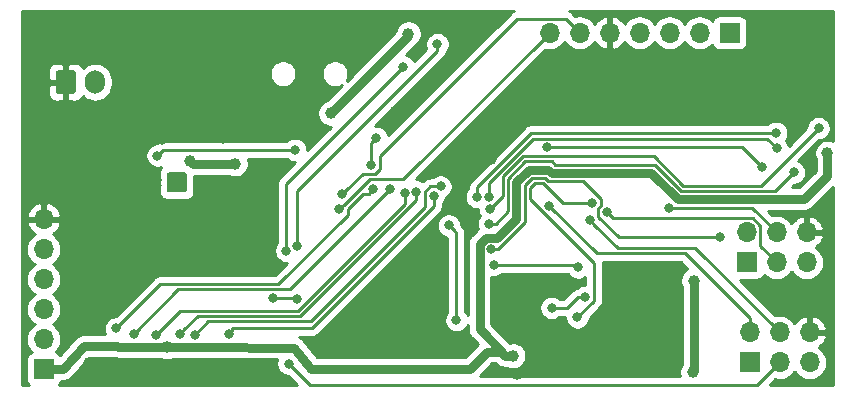
<source format=gbr>
G04 #@! TF.GenerationSoftware,KiCad,Pcbnew,5.1.4+dfsg1-1*
G04 #@! TF.CreationDate,2020-04-01T15:50:02-07:00*
G04 #@! TF.ProjectId,esp32_sensornode,65737033-325f-4736-956e-736f726e6f64,rev?*
G04 #@! TF.SameCoordinates,Original*
G04 #@! TF.FileFunction,Copper,L2,Bot*
G04 #@! TF.FilePolarity,Positive*
%FSLAX46Y46*%
G04 Gerber Fmt 4.6, Leading zero omitted, Abs format (unit mm)*
G04 Created by KiCad (PCBNEW 5.1.4+dfsg1-1) date 2020-04-01 15:50:02*
%MOMM*%
%LPD*%
G04 APERTURE LIST*
%ADD10R,1.700000X1.700000*%
%ADD11O,1.700000X1.700000*%
%ADD12C,0.600000*%
%ADD13C,0.100000*%
%ADD14C,1.700000*%
%ADD15O,1.700000X2.000000*%
%ADD16C,1.000000*%
%ADD17C,0.800000*%
%ADD18C,0.750000*%
%ADD19C,0.250000*%
%ADD20C,0.254000*%
G04 APERTURE END LIST*
D10*
X52514600Y-73001000D03*
D11*
X52514600Y-70461000D03*
X52514600Y-67921000D03*
X52514600Y-65381000D03*
X52514600Y-62841000D03*
X52514600Y-60301000D03*
D10*
X110579000Y-44527600D03*
D11*
X108039000Y-44527600D03*
X105499000Y-44527600D03*
X102959000Y-44527600D03*
X100419000Y-44527600D03*
X97879000Y-44527600D03*
X95339000Y-44527600D03*
D12*
X63228800Y-56641700D03*
X63778800Y-56641700D03*
X64328800Y-56641700D03*
X63228800Y-57191700D03*
X63778800Y-57191700D03*
X64328800Y-57191700D03*
X63228800Y-57741700D03*
X63778800Y-57741700D03*
X64328800Y-57741700D03*
D13*
G36*
X64403304Y-56342904D02*
G01*
X64427573Y-56346504D01*
X64451371Y-56352465D01*
X64474471Y-56360730D01*
X64496649Y-56371220D01*
X64517693Y-56383833D01*
X64537398Y-56398447D01*
X64555577Y-56414923D01*
X64572053Y-56433102D01*
X64586667Y-56452807D01*
X64599280Y-56473851D01*
X64609770Y-56496029D01*
X64618035Y-56519129D01*
X64623996Y-56542927D01*
X64627596Y-56567196D01*
X64628800Y-56591700D01*
X64628800Y-57791700D01*
X64627596Y-57816204D01*
X64623996Y-57840473D01*
X64618035Y-57864271D01*
X64609770Y-57887371D01*
X64599280Y-57909549D01*
X64586667Y-57930593D01*
X64572053Y-57950298D01*
X64555577Y-57968477D01*
X64537398Y-57984953D01*
X64517693Y-57999567D01*
X64496649Y-58012180D01*
X64474471Y-58022670D01*
X64451371Y-58030935D01*
X64427573Y-58036896D01*
X64403304Y-58040496D01*
X64378800Y-58041700D01*
X63178800Y-58041700D01*
X63154296Y-58040496D01*
X63130027Y-58036896D01*
X63106229Y-58030935D01*
X63083129Y-58022670D01*
X63060951Y-58012180D01*
X63039907Y-57999567D01*
X63020202Y-57984953D01*
X63002023Y-57968477D01*
X62985547Y-57950298D01*
X62970933Y-57930593D01*
X62958320Y-57909549D01*
X62947830Y-57887371D01*
X62939565Y-57864271D01*
X62933604Y-57840473D01*
X62930004Y-57816204D01*
X62928800Y-57791700D01*
X62928800Y-56591700D01*
X62930004Y-56567196D01*
X62933604Y-56542927D01*
X62939565Y-56519129D01*
X62947830Y-56496029D01*
X62958320Y-56473851D01*
X62970933Y-56452807D01*
X62985547Y-56433102D01*
X63002023Y-56414923D01*
X63020202Y-56398447D01*
X63039907Y-56383833D01*
X63060951Y-56371220D01*
X63083129Y-56360730D01*
X63106229Y-56352465D01*
X63130027Y-56346504D01*
X63154296Y-56342904D01*
X63178800Y-56341700D01*
X64378800Y-56341700D01*
X64403304Y-56342904D01*
X64403304Y-56342904D01*
G37*
D14*
X63778800Y-57191700D03*
D11*
X117094100Y-61431300D03*
X117094100Y-63971300D03*
X114554100Y-61431300D03*
X114554100Y-63971300D03*
X112014100Y-61431300D03*
D10*
X112014100Y-63971300D03*
X112268100Y-72429500D03*
D11*
X112268100Y-69889500D03*
X114808100Y-72429500D03*
X114808100Y-69889500D03*
X117348100Y-72429500D03*
X117348100Y-69889500D03*
D13*
G36*
X54993304Y-47707104D02*
G01*
X55017573Y-47710704D01*
X55041371Y-47716665D01*
X55064471Y-47724930D01*
X55086649Y-47735420D01*
X55107693Y-47748033D01*
X55127398Y-47762647D01*
X55145577Y-47779123D01*
X55162053Y-47797302D01*
X55176667Y-47817007D01*
X55189280Y-47838051D01*
X55199770Y-47860229D01*
X55208035Y-47883329D01*
X55213996Y-47907127D01*
X55217596Y-47931396D01*
X55218800Y-47955900D01*
X55218800Y-49455900D01*
X55217596Y-49480404D01*
X55213996Y-49504673D01*
X55208035Y-49528471D01*
X55199770Y-49551571D01*
X55189280Y-49573749D01*
X55176667Y-49594793D01*
X55162053Y-49614498D01*
X55145577Y-49632677D01*
X55127398Y-49649153D01*
X55107693Y-49663767D01*
X55086649Y-49676380D01*
X55064471Y-49686870D01*
X55041371Y-49695135D01*
X55017573Y-49701096D01*
X54993304Y-49704696D01*
X54968800Y-49705900D01*
X53768800Y-49705900D01*
X53744296Y-49704696D01*
X53720027Y-49701096D01*
X53696229Y-49695135D01*
X53673129Y-49686870D01*
X53650951Y-49676380D01*
X53629907Y-49663767D01*
X53610202Y-49649153D01*
X53592023Y-49632677D01*
X53575547Y-49614498D01*
X53560933Y-49594793D01*
X53548320Y-49573749D01*
X53537830Y-49551571D01*
X53529565Y-49528471D01*
X53523604Y-49504673D01*
X53520004Y-49480404D01*
X53518800Y-49455900D01*
X53518800Y-47955900D01*
X53520004Y-47931396D01*
X53523604Y-47907127D01*
X53529565Y-47883329D01*
X53537830Y-47860229D01*
X53548320Y-47838051D01*
X53560933Y-47817007D01*
X53575547Y-47797302D01*
X53592023Y-47779123D01*
X53610202Y-47762647D01*
X53629907Y-47748033D01*
X53650951Y-47735420D01*
X53673129Y-47724930D01*
X53696229Y-47716665D01*
X53720027Y-47710704D01*
X53744296Y-47707104D01*
X53768800Y-47705900D01*
X54968800Y-47705900D01*
X54993304Y-47707104D01*
X54993304Y-47707104D01*
G37*
D14*
X54368800Y-48705900D03*
D15*
X56868800Y-48705900D03*
D16*
X92239710Y-71865012D03*
X118867564Y-54718167D03*
X62941300Y-71096000D03*
D17*
X73050500Y-62993400D03*
X82943800Y-47397800D03*
X85849023Y-45478575D03*
X73950019Y-62556491D03*
X71932900Y-66981200D03*
X73939500Y-67070100D03*
X98902205Y-58928299D03*
X97688500Y-68626812D03*
X117449700Y-56110000D03*
X88074600Y-45746800D03*
X58724800Y-53595400D03*
X58699500Y-55716300D03*
X58712000Y-57684800D03*
X62522200Y-53595400D03*
X67665900Y-53531900D03*
X68935800Y-57862600D03*
D16*
X62026900Y-50534700D03*
X104406700Y-70156200D03*
D17*
X106261000Y-66397000D03*
D16*
X70523200Y-45148200D03*
X70523200Y-50598200D03*
D17*
X82219900Y-51207800D03*
X79423200Y-45148200D03*
X101264111Y-64592919D03*
D16*
X90360600Y-55245009D03*
X92617254Y-73452211D03*
X82219900Y-51207800D03*
D17*
X87528500Y-71057900D03*
D16*
X87528500Y-71057900D03*
X117030600Y-50509300D03*
X99229712Y-70939088D03*
X57457500Y-64751900D03*
X71701401Y-73518801D03*
X60782500Y-73976900D03*
X56337300Y-72467600D03*
X79921200Y-70930900D03*
X56908800Y-68601922D03*
X107531000Y-65520700D03*
X107454800Y-73264291D03*
D17*
X77794565Y-58185913D03*
X77504107Y-59468274D03*
X80429200Y-57748300D03*
X58636000Y-69546600D03*
X81826200Y-57761000D03*
X60134600Y-70016500D03*
X83072653Y-58094429D03*
X62014200Y-70080000D03*
X84065857Y-57977939D03*
X64008100Y-70041900D03*
X86115151Y-57530852D03*
X65303500Y-70080000D03*
X85515849Y-58331390D03*
X68186400Y-70003800D03*
X114528700Y-52998500D03*
X89185291Y-58425783D03*
X114554100Y-54268500D03*
X90200080Y-58385909D03*
X118122800Y-52594098D03*
X90290479Y-59418918D03*
X116027300Y-56338600D03*
X90214282Y-60672180D03*
D16*
X68732500Y-55627400D03*
X64897100Y-55411500D03*
X76822400Y-51334800D03*
X83393616Y-44598458D03*
D17*
X113296800Y-55881400D03*
X95150656Y-54226844D03*
X87452300Y-68855002D03*
X105448200Y-59323100D03*
X97753356Y-64384321D03*
X90640000Y-64149100D03*
X86816274Y-60833456D03*
X100190282Y-59732999D03*
X109766200Y-61799600D03*
X90386000Y-62853700D03*
X95326300Y-59183400D03*
X73253700Y-72543800D03*
X80670500Y-53417600D03*
X80247700Y-55745000D03*
X98733724Y-60384404D03*
X95504100Y-67819400D03*
X98337310Y-66905000D03*
X73787100Y-54433600D03*
X62138213Y-54916553D03*
D18*
X91532604Y-71865012D02*
X92239710Y-71865012D01*
X91296196Y-71628604D02*
X91532604Y-71865012D01*
X91296196Y-71509609D02*
X91296196Y-71628604D01*
X52514600Y-73001000D02*
X54114600Y-73001000D01*
X55892800Y-71057900D02*
X58064500Y-71007100D01*
X54114600Y-73001000D02*
X55892800Y-71057900D01*
X90057789Y-71509609D02*
X91296196Y-71509609D01*
X65875000Y-71096000D02*
X73698200Y-71172200D01*
X73698200Y-71172200D02*
X75153904Y-73001000D01*
X88566398Y-73001000D02*
X90057789Y-71509609D01*
X75153904Y-73001000D02*
X88566398Y-73001000D01*
X103962078Y-56393976D02*
X95528356Y-56393976D01*
X106191191Y-58623089D02*
X103962078Y-56393976D01*
X116867011Y-58623089D02*
X106191191Y-58623089D01*
X95528356Y-56393976D02*
X95236256Y-56101876D01*
X89410998Y-69624411D02*
X91296196Y-71509609D01*
X118867564Y-56622536D02*
X116867011Y-58623089D01*
X118867564Y-54718167D02*
X118867564Y-56622536D01*
X95236256Y-56101876D02*
X93587544Y-56101876D01*
X93587544Y-56101876D02*
X92536876Y-57152544D01*
X92536876Y-57152544D02*
X92536876Y-60261756D01*
X92536876Y-60261756D02*
X90919934Y-61878698D01*
X90919934Y-61878698D02*
X89917998Y-61878698D01*
X89917998Y-61878698D02*
X89410998Y-62385698D01*
X89410998Y-62385698D02*
X89410998Y-69624411D01*
X58064500Y-71007100D02*
X58712200Y-71007100D01*
X58712200Y-71007100D02*
X58801100Y-71096000D01*
X58801100Y-71096000D02*
X62941300Y-71096000D01*
X62941300Y-71096000D02*
X65875000Y-71096000D01*
D19*
X73050500Y-62427715D02*
X73050500Y-62993400D01*
X82943800Y-47397800D02*
X73050500Y-57291100D01*
X73050500Y-57291100D02*
X73050500Y-62427715D01*
X73950019Y-57943264D02*
X73950019Y-61990806D01*
X85849023Y-45478575D02*
X85849023Y-46044260D01*
X73950019Y-61990806D02*
X73950019Y-62556491D01*
X85849023Y-46044260D02*
X73950019Y-57943264D01*
X73850600Y-66981200D02*
X73939500Y-67070100D01*
X71932900Y-66981200D02*
X73850600Y-66981200D01*
X96436303Y-58928299D02*
X98336520Y-58928299D01*
X99098200Y-67217112D02*
X99098200Y-64028304D01*
X97688500Y-68626812D02*
X99098200Y-67217112D01*
X94759902Y-57251898D02*
X96436303Y-58928299D01*
X98336520Y-58928299D02*
X98902205Y-58928299D01*
X99098200Y-64028304D02*
X93686898Y-58617002D01*
X93686898Y-58617002D02*
X93686898Y-57628898D01*
X94063898Y-57251898D02*
X94759902Y-57251898D01*
X93686898Y-57628898D02*
X94063898Y-57251898D01*
D18*
X71701401Y-73518801D02*
X61240599Y-73518801D01*
X61240599Y-73518801D02*
X60782500Y-73976900D01*
X60782500Y-73976900D02*
X57846600Y-73976900D01*
X57846600Y-73976900D02*
X56337300Y-72467600D01*
X107531000Y-73188091D02*
X107454800Y-73264291D01*
X107531000Y-65520700D02*
X107531000Y-73188091D01*
D19*
X92608062Y-43352599D02*
X80972702Y-54987959D01*
X80972702Y-54987959D02*
X80972702Y-56093002D01*
X80595702Y-56470002D02*
X79510476Y-56470002D01*
X79510476Y-56470002D02*
X78194564Y-57785914D01*
X78194564Y-57785914D02*
X77794565Y-58185913D01*
X96703999Y-43352599D02*
X92608062Y-43352599D01*
X97879000Y-44527600D02*
X96703999Y-43352599D01*
X80972702Y-56093002D02*
X80595702Y-56470002D01*
X77965391Y-59068275D02*
X77904106Y-59068275D01*
X82946587Y-56920013D02*
X80113653Y-56920013D01*
X77904106Y-59068275D02*
X77504107Y-59468274D01*
X80113653Y-56920013D02*
X77965391Y-59068275D01*
X95339000Y-44527600D02*
X82946587Y-56920013D01*
X79521776Y-58148299D02*
X80029201Y-58148299D01*
X62376412Y-65806188D02*
X72371312Y-65806188D01*
X58636000Y-69546600D02*
X62376412Y-65806188D01*
X72371312Y-65806188D02*
X78243699Y-59933801D01*
X78243699Y-59426376D02*
X79521776Y-58148299D01*
X80029201Y-58148299D02*
X80429200Y-57748300D01*
X78243699Y-59933801D02*
X78243699Y-59426376D01*
X73331001Y-66256199D02*
X81426201Y-58160999D01*
X63894901Y-66256199D02*
X73331001Y-66256199D01*
X81426201Y-58160999D02*
X81826200Y-57761000D01*
X60134600Y-70016500D02*
X63894901Y-66256199D01*
X62014200Y-70080000D02*
X64045099Y-68049101D01*
X83072653Y-59009951D02*
X83072653Y-58660114D01*
X74033503Y-68049101D02*
X83072653Y-59009951D01*
X83072653Y-58660114D02*
X83072653Y-58094429D01*
X64045099Y-68049101D02*
X74033503Y-68049101D01*
X84065857Y-57977939D02*
X84065857Y-58653158D01*
X74219903Y-68499112D02*
X65550888Y-68499112D01*
X64408099Y-69641901D02*
X64008100Y-70041900D01*
X84065857Y-58653158D02*
X74219903Y-68499112D01*
X65550888Y-68499112D02*
X64408099Y-69641901D01*
X85243383Y-57530852D02*
X85549466Y-57530852D01*
X75133877Y-68949123D02*
X84790847Y-59292153D01*
X84790847Y-57983388D02*
X85243383Y-57530852D01*
X65303500Y-70080000D02*
X66434377Y-68949123D01*
X66434377Y-68949123D02*
X75133877Y-68949123D01*
X85549466Y-57530852D02*
X86115151Y-57530852D01*
X84790847Y-59292153D02*
X84790847Y-57983388D01*
X68463343Y-69489721D02*
X75240703Y-69489721D01*
X85515849Y-58897075D02*
X85515849Y-58331390D01*
X75240703Y-69489721D02*
X85515849Y-59214575D01*
X85515849Y-59214575D02*
X85515849Y-58897075D01*
X68463343Y-69489721D02*
X68463343Y-69726857D01*
X68463343Y-69726857D02*
X68186400Y-70003800D01*
X114528700Y-52998500D02*
X93791722Y-52998500D01*
X93791722Y-52998500D02*
X89185291Y-57604931D01*
X89185291Y-57860098D02*
X89185291Y-58425783D01*
X89185291Y-57604931D02*
X89185291Y-57860098D01*
X90200080Y-57226553D02*
X90200080Y-57820224D01*
X113787442Y-53501842D02*
X93924791Y-53501842D01*
X93924791Y-53501842D02*
X90200080Y-57226553D01*
X114554100Y-54268500D02*
X113787442Y-53501842D01*
X90200080Y-57820224D02*
X90200080Y-58385909D01*
X104146331Y-54951854D02*
X93111190Y-54951854D01*
X91386854Y-56676190D02*
X91386854Y-58322543D01*
X90690478Y-59018919D02*
X90290479Y-59418918D01*
X91386854Y-58322543D02*
X90690478Y-59018919D01*
X118122800Y-52594098D02*
X113243831Y-57473067D01*
X93111190Y-54951854D02*
X91386854Y-56676190D01*
X113243831Y-57473067D02*
X106667544Y-57473067D01*
X106667544Y-57473067D02*
X104146331Y-54951854D01*
X104252032Y-55693965D02*
X95818310Y-55693965D01*
X90779967Y-60672180D02*
X90214282Y-60672180D01*
X116027300Y-56338600D02*
X114442822Y-57923078D01*
X91836865Y-59615282D02*
X90779967Y-60672180D01*
X91836865Y-56862590D02*
X91836865Y-59615282D01*
X106481145Y-57923078D02*
X104252032Y-55693965D01*
X93297590Y-55401865D02*
X91836865Y-56862590D01*
X114442822Y-57923078D02*
X106481145Y-57923078D01*
X95818310Y-55693965D02*
X95526210Y-55401865D01*
X95526210Y-55401865D02*
X93297590Y-55401865D01*
D18*
X68732500Y-55627400D02*
X65113000Y-55627400D01*
X65113000Y-55627400D02*
X64897100Y-55411500D01*
X83393616Y-44763584D02*
X83393616Y-44598458D01*
X76822400Y-51334800D02*
X83393616Y-44763584D01*
D19*
X113296800Y-55881400D02*
X111642244Y-54226844D01*
X111642244Y-54226844D02*
X95716341Y-54226844D01*
X95716341Y-54226844D02*
X95150656Y-54226844D01*
X112445900Y-59323100D02*
X114554100Y-61431300D01*
X105448200Y-59323100D02*
X112445900Y-59323100D01*
X97518135Y-64149100D02*
X97753356Y-64384321D01*
X90640000Y-64149100D02*
X97518135Y-64149100D01*
X87452300Y-68855002D02*
X87452300Y-61469482D01*
X87452300Y-61469482D02*
X87216273Y-61233455D01*
X87216273Y-61233455D02*
X86816274Y-60833456D01*
X112537738Y-60215936D02*
X100673219Y-60215936D01*
X113189101Y-60867299D02*
X112537738Y-60215936D01*
X114554100Y-63971300D02*
X113189101Y-62606301D01*
X100673219Y-60215936D02*
X100590281Y-60132998D01*
X113189101Y-62606301D02*
X113189101Y-60867299D01*
X100590281Y-60132998D02*
X100190282Y-59732999D01*
X94946302Y-56801887D02*
X93877498Y-56801887D01*
X93877498Y-56801887D02*
X93236887Y-57442498D01*
X99674846Y-58580289D02*
X98188544Y-57093987D01*
X90951685Y-62853700D02*
X90386000Y-62853700D01*
X93236887Y-60568498D02*
X90951685Y-62853700D01*
X95238401Y-57093987D02*
X94946302Y-56801887D01*
X98188544Y-57093987D02*
X95238401Y-57093987D01*
X99674846Y-59175431D02*
X99674846Y-58580289D01*
X99465280Y-59384997D02*
X99674846Y-59175431D01*
X93236887Y-57442498D02*
X93236887Y-60568498D01*
X109766200Y-61799600D02*
X101183879Y-61799600D01*
X99465280Y-60081001D02*
X99465280Y-59384997D01*
X101183879Y-61799600D02*
X99465280Y-60081001D01*
X112268100Y-68687419D02*
X106789981Y-63209300D01*
X112268100Y-69889500D02*
X112268100Y-68687419D01*
X99352200Y-63209300D02*
X95326300Y-59183400D01*
X106789981Y-63209300D02*
X99352200Y-63209300D01*
X114808100Y-72429500D02*
X112903100Y-74334500D01*
X75044400Y-74334500D02*
X73253700Y-72543800D01*
X112903100Y-74334500D02*
X75044400Y-74334500D01*
X80670500Y-53417600D02*
X80247700Y-53840400D01*
X80247700Y-53840400D02*
X80247700Y-55745000D01*
X107677889Y-62759289D02*
X101108609Y-62759289D01*
X99133723Y-60784403D02*
X98733724Y-60384404D01*
X114808100Y-69889500D02*
X107677889Y-62759289D01*
X101108609Y-62759289D02*
X99133723Y-60784403D01*
X96811090Y-67819400D02*
X97725490Y-66905000D01*
X97725490Y-66905000D02*
X98337310Y-66905000D01*
X95504100Y-67819400D02*
X96811090Y-67819400D01*
X62621166Y-54433600D02*
X62138213Y-54916553D01*
X73787100Y-54433600D02*
X62621166Y-54433600D01*
D20*
G36*
X119340001Y-74340000D02*
G01*
X113972401Y-74340000D01*
X114442105Y-73870297D01*
X114516989Y-73893013D01*
X114735150Y-73914500D01*
X114881050Y-73914500D01*
X115099211Y-73893013D01*
X115379134Y-73808099D01*
X115637114Y-73670206D01*
X115863234Y-73484634D01*
X116048806Y-73258514D01*
X116078100Y-73203709D01*
X116107394Y-73258514D01*
X116292966Y-73484634D01*
X116519086Y-73670206D01*
X116777066Y-73808099D01*
X117056989Y-73893013D01*
X117275150Y-73914500D01*
X117421050Y-73914500D01*
X117639211Y-73893013D01*
X117919134Y-73808099D01*
X118177114Y-73670206D01*
X118403234Y-73484634D01*
X118588806Y-73258514D01*
X118726699Y-73000534D01*
X118811613Y-72720611D01*
X118840285Y-72429500D01*
X118811613Y-72138389D01*
X118726699Y-71858466D01*
X118588806Y-71600486D01*
X118403234Y-71374366D01*
X118177114Y-71188794D01*
X118119344Y-71157916D01*
X118348369Y-70987088D01*
X118543278Y-70770855D01*
X118692257Y-70520752D01*
X118789581Y-70246391D01*
X118668914Y-70016500D01*
X117475100Y-70016500D01*
X117475100Y-70036500D01*
X117221100Y-70036500D01*
X117221100Y-70016500D01*
X117201100Y-70016500D01*
X117201100Y-69762500D01*
X117221100Y-69762500D01*
X117221100Y-68569345D01*
X117475100Y-68569345D01*
X117475100Y-69762500D01*
X118668914Y-69762500D01*
X118789581Y-69532609D01*
X118692257Y-69258248D01*
X118543278Y-69008145D01*
X118348369Y-68791912D01*
X118115020Y-68617859D01*
X117852199Y-68492675D01*
X117704990Y-68448024D01*
X117475100Y-68569345D01*
X117221100Y-68569345D01*
X116991210Y-68448024D01*
X116844001Y-68492675D01*
X116581180Y-68617859D01*
X116347831Y-68791912D01*
X116152922Y-69008145D01*
X116083301Y-69125023D01*
X116048806Y-69060486D01*
X115863234Y-68834366D01*
X115637114Y-68648794D01*
X115379134Y-68510901D01*
X115099211Y-68425987D01*
X114881050Y-68404500D01*
X114735150Y-68404500D01*
X114516989Y-68425987D01*
X114442105Y-68448703D01*
X111452773Y-65459372D01*
X112864100Y-65459372D01*
X112988582Y-65447112D01*
X113108280Y-65410802D01*
X113218594Y-65351837D01*
X113315285Y-65272485D01*
X113394637Y-65175794D01*
X113453602Y-65065480D01*
X113474493Y-64996613D01*
X113498966Y-65026434D01*
X113725086Y-65212006D01*
X113983066Y-65349899D01*
X114262989Y-65434813D01*
X114481150Y-65456300D01*
X114627050Y-65456300D01*
X114845211Y-65434813D01*
X115125134Y-65349899D01*
X115383114Y-65212006D01*
X115609234Y-65026434D01*
X115794806Y-64800314D01*
X115824100Y-64745509D01*
X115853394Y-64800314D01*
X116038966Y-65026434D01*
X116265086Y-65212006D01*
X116523066Y-65349899D01*
X116802989Y-65434813D01*
X117021150Y-65456300D01*
X117167050Y-65456300D01*
X117385211Y-65434813D01*
X117665134Y-65349899D01*
X117923114Y-65212006D01*
X118149234Y-65026434D01*
X118334806Y-64800314D01*
X118472699Y-64542334D01*
X118557613Y-64262411D01*
X118586285Y-63971300D01*
X118557613Y-63680189D01*
X118472699Y-63400266D01*
X118334806Y-63142286D01*
X118149234Y-62916166D01*
X117923114Y-62730594D01*
X117865344Y-62699716D01*
X118094369Y-62528888D01*
X118289278Y-62312655D01*
X118438257Y-62062552D01*
X118535581Y-61788191D01*
X118414914Y-61558300D01*
X117221100Y-61558300D01*
X117221100Y-61578300D01*
X116967100Y-61578300D01*
X116967100Y-61558300D01*
X116947100Y-61558300D01*
X116947100Y-61304300D01*
X116967100Y-61304300D01*
X116967100Y-60111145D01*
X117221100Y-60111145D01*
X117221100Y-61304300D01*
X118414914Y-61304300D01*
X118535581Y-61074409D01*
X118438257Y-60800048D01*
X118289278Y-60549945D01*
X118094369Y-60333712D01*
X117861020Y-60159659D01*
X117598199Y-60034475D01*
X117450990Y-59989824D01*
X117221100Y-60111145D01*
X116967100Y-60111145D01*
X116737210Y-59989824D01*
X116590001Y-60034475D01*
X116327180Y-60159659D01*
X116093831Y-60333712D01*
X115898922Y-60549945D01*
X115829301Y-60666823D01*
X115794806Y-60602286D01*
X115609234Y-60376166D01*
X115383114Y-60190594D01*
X115125134Y-60052701D01*
X114845211Y-59967787D01*
X114627050Y-59946300D01*
X114481150Y-59946300D01*
X114262989Y-59967787D01*
X114188105Y-59990503D01*
X113830690Y-59633089D01*
X116817403Y-59633089D01*
X116867011Y-59637975D01*
X117065005Y-59618474D01*
X117126871Y-59599707D01*
X117255391Y-59560721D01*
X117430851Y-59466936D01*
X117584644Y-59340722D01*
X117616272Y-59302183D01*
X119340000Y-57578455D01*
X119340001Y-74340000D01*
X119340001Y-74340000D01*
G37*
X119340001Y-74340000D02*
X113972401Y-74340000D01*
X114442105Y-73870297D01*
X114516989Y-73893013D01*
X114735150Y-73914500D01*
X114881050Y-73914500D01*
X115099211Y-73893013D01*
X115379134Y-73808099D01*
X115637114Y-73670206D01*
X115863234Y-73484634D01*
X116048806Y-73258514D01*
X116078100Y-73203709D01*
X116107394Y-73258514D01*
X116292966Y-73484634D01*
X116519086Y-73670206D01*
X116777066Y-73808099D01*
X117056989Y-73893013D01*
X117275150Y-73914500D01*
X117421050Y-73914500D01*
X117639211Y-73893013D01*
X117919134Y-73808099D01*
X118177114Y-73670206D01*
X118403234Y-73484634D01*
X118588806Y-73258514D01*
X118726699Y-73000534D01*
X118811613Y-72720611D01*
X118840285Y-72429500D01*
X118811613Y-72138389D01*
X118726699Y-71858466D01*
X118588806Y-71600486D01*
X118403234Y-71374366D01*
X118177114Y-71188794D01*
X118119344Y-71157916D01*
X118348369Y-70987088D01*
X118543278Y-70770855D01*
X118692257Y-70520752D01*
X118789581Y-70246391D01*
X118668914Y-70016500D01*
X117475100Y-70016500D01*
X117475100Y-70036500D01*
X117221100Y-70036500D01*
X117221100Y-70016500D01*
X117201100Y-70016500D01*
X117201100Y-69762500D01*
X117221100Y-69762500D01*
X117221100Y-68569345D01*
X117475100Y-68569345D01*
X117475100Y-69762500D01*
X118668914Y-69762500D01*
X118789581Y-69532609D01*
X118692257Y-69258248D01*
X118543278Y-69008145D01*
X118348369Y-68791912D01*
X118115020Y-68617859D01*
X117852199Y-68492675D01*
X117704990Y-68448024D01*
X117475100Y-68569345D01*
X117221100Y-68569345D01*
X116991210Y-68448024D01*
X116844001Y-68492675D01*
X116581180Y-68617859D01*
X116347831Y-68791912D01*
X116152922Y-69008145D01*
X116083301Y-69125023D01*
X116048806Y-69060486D01*
X115863234Y-68834366D01*
X115637114Y-68648794D01*
X115379134Y-68510901D01*
X115099211Y-68425987D01*
X114881050Y-68404500D01*
X114735150Y-68404500D01*
X114516989Y-68425987D01*
X114442105Y-68448703D01*
X111452773Y-65459372D01*
X112864100Y-65459372D01*
X112988582Y-65447112D01*
X113108280Y-65410802D01*
X113218594Y-65351837D01*
X113315285Y-65272485D01*
X113394637Y-65175794D01*
X113453602Y-65065480D01*
X113474493Y-64996613D01*
X113498966Y-65026434D01*
X113725086Y-65212006D01*
X113983066Y-65349899D01*
X114262989Y-65434813D01*
X114481150Y-65456300D01*
X114627050Y-65456300D01*
X114845211Y-65434813D01*
X115125134Y-65349899D01*
X115383114Y-65212006D01*
X115609234Y-65026434D01*
X115794806Y-64800314D01*
X115824100Y-64745509D01*
X115853394Y-64800314D01*
X116038966Y-65026434D01*
X116265086Y-65212006D01*
X116523066Y-65349899D01*
X116802989Y-65434813D01*
X117021150Y-65456300D01*
X117167050Y-65456300D01*
X117385211Y-65434813D01*
X117665134Y-65349899D01*
X117923114Y-65212006D01*
X118149234Y-65026434D01*
X118334806Y-64800314D01*
X118472699Y-64542334D01*
X118557613Y-64262411D01*
X118586285Y-63971300D01*
X118557613Y-63680189D01*
X118472699Y-63400266D01*
X118334806Y-63142286D01*
X118149234Y-62916166D01*
X117923114Y-62730594D01*
X117865344Y-62699716D01*
X118094369Y-62528888D01*
X118289278Y-62312655D01*
X118438257Y-62062552D01*
X118535581Y-61788191D01*
X118414914Y-61558300D01*
X117221100Y-61558300D01*
X117221100Y-61578300D01*
X116967100Y-61578300D01*
X116967100Y-61558300D01*
X116947100Y-61558300D01*
X116947100Y-61304300D01*
X116967100Y-61304300D01*
X116967100Y-60111145D01*
X117221100Y-60111145D01*
X117221100Y-61304300D01*
X118414914Y-61304300D01*
X118535581Y-61074409D01*
X118438257Y-60800048D01*
X118289278Y-60549945D01*
X118094369Y-60333712D01*
X117861020Y-60159659D01*
X117598199Y-60034475D01*
X117450990Y-59989824D01*
X117221100Y-60111145D01*
X116967100Y-60111145D01*
X116737210Y-59989824D01*
X116590001Y-60034475D01*
X116327180Y-60159659D01*
X116093831Y-60333712D01*
X115898922Y-60549945D01*
X115829301Y-60666823D01*
X115794806Y-60602286D01*
X115609234Y-60376166D01*
X115383114Y-60190594D01*
X115125134Y-60052701D01*
X114845211Y-59967787D01*
X114627050Y-59946300D01*
X114481150Y-59946300D01*
X114262989Y-59967787D01*
X114188105Y-59990503D01*
X113830690Y-59633089D01*
X116817403Y-59633089D01*
X116867011Y-59637975D01*
X117065005Y-59618474D01*
X117126871Y-59599707D01*
X117255391Y-59560721D01*
X117430851Y-59466936D01*
X117584644Y-59340722D01*
X117616272Y-59302183D01*
X119340000Y-57578455D01*
X119340001Y-74340000D01*
G36*
X92183785Y-42717625D02*
G01*
X92100145Y-42786267D01*
X92068061Y-42812598D01*
X92044263Y-42841596D01*
X81683052Y-53202808D01*
X81665726Y-53115702D01*
X81587705Y-52927344D01*
X81474437Y-52757826D01*
X81330274Y-52613663D01*
X81160756Y-52500395D01*
X80972398Y-52422374D01*
X80772439Y-52382600D01*
X80585485Y-52382600D01*
X86360026Y-46608059D01*
X86389024Y-46584261D01*
X86483997Y-46468536D01*
X86554569Y-46336507D01*
X86598010Y-46193299D01*
X86652960Y-46138349D01*
X86766228Y-45968831D01*
X86844249Y-45780473D01*
X86884023Y-45580514D01*
X86884023Y-45376636D01*
X86844249Y-45176677D01*
X86766228Y-44988319D01*
X86652960Y-44818801D01*
X86508797Y-44674638D01*
X86339279Y-44561370D01*
X86150921Y-44483349D01*
X85950962Y-44443575D01*
X85747084Y-44443575D01*
X85547125Y-44483349D01*
X85358767Y-44561370D01*
X85189249Y-44674638D01*
X85045086Y-44818801D01*
X84931818Y-44988319D01*
X84853797Y-45176677D01*
X84814023Y-45376636D01*
X84814023Y-45580514D01*
X84853797Y-45780473D01*
X84907751Y-45910730D01*
X83875630Y-46942851D01*
X83861005Y-46907544D01*
X83747737Y-46738026D01*
X83603574Y-46593863D01*
X83434056Y-46480595D01*
X83245698Y-46402574D01*
X83193387Y-46392169D01*
X84072716Y-45512840D01*
X84092976Y-45496213D01*
X84117136Y-45480070D01*
X84275228Y-45321978D01*
X84399440Y-45136082D01*
X84484999Y-44929525D01*
X84528616Y-44710246D01*
X84528616Y-44486670D01*
X84484999Y-44267391D01*
X84399440Y-44060834D01*
X84275228Y-43874938D01*
X84117136Y-43716846D01*
X83931240Y-43592634D01*
X83724683Y-43507075D01*
X83505404Y-43463458D01*
X83281828Y-43463458D01*
X83062549Y-43507075D01*
X82855992Y-43592634D01*
X82670096Y-43716846D01*
X82512004Y-43874938D01*
X82387792Y-44060834D01*
X82302233Y-44267391D01*
X82262699Y-44466146D01*
X78150839Y-48578006D01*
X78179024Y-48535824D01*
X78264583Y-48329267D01*
X78308200Y-48109988D01*
X78308200Y-47886412D01*
X78264583Y-47667133D01*
X78179024Y-47460576D01*
X78054812Y-47274680D01*
X77896720Y-47116588D01*
X77710824Y-46992376D01*
X77504267Y-46906817D01*
X77284988Y-46863200D01*
X77061412Y-46863200D01*
X76842133Y-46906817D01*
X76635576Y-46992376D01*
X76449680Y-47116588D01*
X76291588Y-47274680D01*
X76167376Y-47460576D01*
X76081817Y-47667133D01*
X76038200Y-47886412D01*
X76038200Y-48109988D01*
X76081817Y-48329267D01*
X76167376Y-48535824D01*
X76291588Y-48721720D01*
X76449680Y-48879812D01*
X76635576Y-49004024D01*
X76842133Y-49089583D01*
X77061412Y-49133200D01*
X77284988Y-49133200D01*
X77504267Y-49089583D01*
X77710824Y-49004024D01*
X77753006Y-48975839D01*
X76481252Y-50247593D01*
X76284776Y-50328976D01*
X76098880Y-50453188D01*
X75940788Y-50611280D01*
X75816576Y-50797176D01*
X75731017Y-51003733D01*
X75687400Y-51223012D01*
X75687400Y-51446588D01*
X75731017Y-51665867D01*
X75816576Y-51872424D01*
X75940788Y-52058320D01*
X76098880Y-52216412D01*
X76284776Y-52340624D01*
X76491333Y-52426183D01*
X76710612Y-52469800D01*
X76796999Y-52469800D01*
X74822100Y-54444699D01*
X74822100Y-54331661D01*
X74782326Y-54131702D01*
X74704305Y-53943344D01*
X74591037Y-53773826D01*
X74446874Y-53629663D01*
X74277356Y-53516395D01*
X74088998Y-53438374D01*
X73889039Y-53398600D01*
X73685161Y-53398600D01*
X73485202Y-53438374D01*
X73296844Y-53516395D01*
X73127326Y-53629663D01*
X73083389Y-53673600D01*
X62658491Y-53673600D01*
X62621166Y-53669924D01*
X62583841Y-53673600D01*
X62583833Y-53673600D01*
X62472180Y-53684597D01*
X62328919Y-53728054D01*
X62196890Y-53798626D01*
X62095843Y-53881553D01*
X62036274Y-53881553D01*
X61836315Y-53921327D01*
X61647957Y-53999348D01*
X61478439Y-54112616D01*
X61334276Y-54256779D01*
X61221008Y-54426297D01*
X61142987Y-54614655D01*
X61103213Y-54814614D01*
X61103213Y-55018492D01*
X61142987Y-55218451D01*
X61221008Y-55406809D01*
X61334276Y-55576327D01*
X61478439Y-55720490D01*
X61647957Y-55833758D01*
X61836315Y-55911779D01*
X62036274Y-55951553D01*
X62240152Y-55951553D01*
X62440111Y-55911779D01*
X62470492Y-55899195D01*
X62398263Y-55987206D01*
X62339298Y-56097520D01*
X62302988Y-56217218D01*
X62290728Y-56341700D01*
X62293800Y-56905950D01*
X62326043Y-56938193D01*
X62300636Y-57064698D01*
X62293800Y-57064698D01*
X62293800Y-57190234D01*
X62293629Y-57282055D01*
X62293800Y-57282923D01*
X62293800Y-57318702D01*
X62300848Y-57318702D01*
X62325813Y-57445437D01*
X62293800Y-57477450D01*
X62290728Y-58041700D01*
X62302988Y-58166182D01*
X62339298Y-58285880D01*
X62398263Y-58396194D01*
X62477615Y-58492885D01*
X62574306Y-58572237D01*
X62684620Y-58631202D01*
X62804318Y-58667512D01*
X62928800Y-58679772D01*
X63493050Y-58676700D01*
X63525293Y-58644457D01*
X63651798Y-58669864D01*
X63651798Y-58676700D01*
X63777334Y-58676700D01*
X63869155Y-58676871D01*
X63870023Y-58676700D01*
X63905802Y-58676700D01*
X63905802Y-58669652D01*
X64032537Y-58644687D01*
X64064550Y-58676700D01*
X64628800Y-58679772D01*
X64753282Y-58667512D01*
X64872980Y-58631202D01*
X64983294Y-58572237D01*
X65079985Y-58492885D01*
X65159337Y-58396194D01*
X65218302Y-58285880D01*
X65254612Y-58166182D01*
X65266872Y-58041700D01*
X65263800Y-57477450D01*
X65231557Y-57445207D01*
X65256964Y-57318702D01*
X65263800Y-57318702D01*
X65263800Y-57193166D01*
X65263971Y-57101345D01*
X65263800Y-57100477D01*
X65263800Y-57064698D01*
X65256752Y-57064698D01*
X65231787Y-56937963D01*
X65263800Y-56905950D01*
X65265262Y-56637400D01*
X68204958Y-56637400D01*
X68401433Y-56718783D01*
X68620712Y-56762400D01*
X68844288Y-56762400D01*
X69063567Y-56718783D01*
X69270124Y-56633224D01*
X69456020Y-56509012D01*
X69614112Y-56350920D01*
X69738324Y-56165024D01*
X69823883Y-55958467D01*
X69867500Y-55739188D01*
X69867500Y-55515612D01*
X69823883Y-55296333D01*
X69781329Y-55193600D01*
X73083389Y-55193600D01*
X73127326Y-55237537D01*
X73296844Y-55350805D01*
X73485202Y-55428826D01*
X73685161Y-55468600D01*
X73798199Y-55468600D01*
X72539503Y-56727296D01*
X72510499Y-56751099D01*
X72468939Y-56801741D01*
X72415526Y-56866824D01*
X72365909Y-56959651D01*
X72344954Y-56998854D01*
X72301497Y-57142115D01*
X72290500Y-57253768D01*
X72290500Y-57253778D01*
X72286824Y-57291100D01*
X72290500Y-57328423D01*
X72290501Y-62289688D01*
X72246563Y-62333626D01*
X72133295Y-62503144D01*
X72055274Y-62691502D01*
X72015500Y-62891461D01*
X72015500Y-63095339D01*
X72055274Y-63295298D01*
X72133295Y-63483656D01*
X72246563Y-63653174D01*
X72390726Y-63797337D01*
X72560244Y-63910605D01*
X72748602Y-63988626D01*
X72948561Y-64028400D01*
X73074299Y-64028400D01*
X72056511Y-65046188D01*
X62413734Y-65046188D01*
X62376411Y-65042512D01*
X62339088Y-65046188D01*
X62339079Y-65046188D01*
X62227426Y-65057185D01*
X62084165Y-65100642D01*
X61952136Y-65171214D01*
X61952134Y-65171215D01*
X61952135Y-65171215D01*
X61865408Y-65242389D01*
X61865404Y-65242393D01*
X61836411Y-65266187D01*
X61812617Y-65295180D01*
X58596199Y-68511600D01*
X58534061Y-68511600D01*
X58334102Y-68551374D01*
X58145744Y-68629395D01*
X57976226Y-68742663D01*
X57832063Y-68886826D01*
X57718795Y-69056344D01*
X57640774Y-69244702D01*
X57601000Y-69444661D01*
X57601000Y-69648539D01*
X57640774Y-69848498D01*
X57705690Y-70005218D01*
X55908210Y-70047264D01*
X55847872Y-70044009D01*
X55759816Y-70056639D01*
X55671583Y-70067418D01*
X55661476Y-70070744D01*
X55650934Y-70072256D01*
X55567049Y-70101817D01*
X55482600Y-70129607D01*
X55473331Y-70134843D01*
X55463293Y-70138381D01*
X55386805Y-70183728D01*
X55309381Y-70227470D01*
X55301313Y-70234413D01*
X55292156Y-70239842D01*
X55225966Y-70299256D01*
X55158582Y-70357246D01*
X55121361Y-70404827D01*
X53872750Y-71769227D01*
X53815785Y-71699815D01*
X53719094Y-71620463D01*
X53608780Y-71561498D01*
X53539913Y-71540607D01*
X53569734Y-71516134D01*
X53755306Y-71290014D01*
X53893199Y-71032034D01*
X53978113Y-70752111D01*
X54006785Y-70461000D01*
X53978113Y-70169889D01*
X53893199Y-69889966D01*
X53755306Y-69631986D01*
X53569734Y-69405866D01*
X53343614Y-69220294D01*
X53288809Y-69191000D01*
X53343614Y-69161706D01*
X53569734Y-68976134D01*
X53755306Y-68750014D01*
X53893199Y-68492034D01*
X53978113Y-68212111D01*
X54006785Y-67921000D01*
X53978113Y-67629889D01*
X53893199Y-67349966D01*
X53755306Y-67091986D01*
X53569734Y-66865866D01*
X53343614Y-66680294D01*
X53288809Y-66651000D01*
X53343614Y-66621706D01*
X53569734Y-66436134D01*
X53755306Y-66210014D01*
X53893199Y-65952034D01*
X53978113Y-65672111D01*
X54006785Y-65381000D01*
X53978113Y-65089889D01*
X53893199Y-64809966D01*
X53755306Y-64551986D01*
X53569734Y-64325866D01*
X53343614Y-64140294D01*
X53288809Y-64111000D01*
X53343614Y-64081706D01*
X53569734Y-63896134D01*
X53755306Y-63670014D01*
X53893199Y-63412034D01*
X53978113Y-63132111D01*
X54006785Y-62841000D01*
X53978113Y-62549889D01*
X53893199Y-62269966D01*
X53755306Y-62011986D01*
X53569734Y-61785866D01*
X53343614Y-61600294D01*
X53279077Y-61565799D01*
X53395955Y-61496178D01*
X53612188Y-61301269D01*
X53786241Y-61067920D01*
X53911425Y-60805099D01*
X53956076Y-60657890D01*
X53834755Y-60428000D01*
X52641600Y-60428000D01*
X52641600Y-60448000D01*
X52387600Y-60448000D01*
X52387600Y-60428000D01*
X51194445Y-60428000D01*
X51073124Y-60657890D01*
X51117775Y-60805099D01*
X51242959Y-61067920D01*
X51417012Y-61301269D01*
X51633245Y-61496178D01*
X51750123Y-61565799D01*
X51685586Y-61600294D01*
X51459466Y-61785866D01*
X51273894Y-62011986D01*
X51136001Y-62269966D01*
X51051087Y-62549889D01*
X51022415Y-62841000D01*
X51051087Y-63132111D01*
X51136001Y-63412034D01*
X51273894Y-63670014D01*
X51459466Y-63896134D01*
X51685586Y-64081706D01*
X51740391Y-64111000D01*
X51685586Y-64140294D01*
X51459466Y-64325866D01*
X51273894Y-64551986D01*
X51136001Y-64809966D01*
X51051087Y-65089889D01*
X51022415Y-65381000D01*
X51051087Y-65672111D01*
X51136001Y-65952034D01*
X51273894Y-66210014D01*
X51459466Y-66436134D01*
X51685586Y-66621706D01*
X51740391Y-66651000D01*
X51685586Y-66680294D01*
X51459466Y-66865866D01*
X51273894Y-67091986D01*
X51136001Y-67349966D01*
X51051087Y-67629889D01*
X51022415Y-67921000D01*
X51051087Y-68212111D01*
X51136001Y-68492034D01*
X51273894Y-68750014D01*
X51459466Y-68976134D01*
X51685586Y-69161706D01*
X51740391Y-69191000D01*
X51685586Y-69220294D01*
X51459466Y-69405866D01*
X51273894Y-69631986D01*
X51136001Y-69889966D01*
X51051087Y-70169889D01*
X51022415Y-70461000D01*
X51051087Y-70752111D01*
X51136001Y-71032034D01*
X51273894Y-71290014D01*
X51459466Y-71516134D01*
X51489287Y-71540607D01*
X51420420Y-71561498D01*
X51310106Y-71620463D01*
X51213415Y-71699815D01*
X51134063Y-71796506D01*
X51075098Y-71906820D01*
X51038788Y-72026518D01*
X51026528Y-72151000D01*
X51026528Y-73851000D01*
X51038788Y-73975482D01*
X51075098Y-74095180D01*
X51134063Y-74205494D01*
X51213415Y-74302185D01*
X51259493Y-74340000D01*
X50660000Y-74340000D01*
X50660000Y-59944110D01*
X51073124Y-59944110D01*
X51194445Y-60174000D01*
X52387600Y-60174000D01*
X52387600Y-58980186D01*
X52641600Y-58980186D01*
X52641600Y-60174000D01*
X53834755Y-60174000D01*
X53956076Y-59944110D01*
X53911425Y-59796901D01*
X53786241Y-59534080D01*
X53612188Y-59300731D01*
X53395955Y-59105822D01*
X53145852Y-58956843D01*
X52871491Y-58859519D01*
X52641600Y-58980186D01*
X52387600Y-58980186D01*
X52157709Y-58859519D01*
X51883348Y-58956843D01*
X51633245Y-59105822D01*
X51417012Y-59300731D01*
X51242959Y-59534080D01*
X51117775Y-59796901D01*
X51073124Y-59944110D01*
X50660000Y-59944110D01*
X50660000Y-49705900D01*
X52880728Y-49705900D01*
X52892988Y-49830382D01*
X52929298Y-49950080D01*
X52988263Y-50060394D01*
X53067615Y-50157085D01*
X53164306Y-50236437D01*
X53274620Y-50295402D01*
X53394318Y-50331712D01*
X53518800Y-50343972D01*
X54083050Y-50340900D01*
X54241800Y-50182150D01*
X54241800Y-48832900D01*
X53042550Y-48832900D01*
X52883800Y-48991650D01*
X52880728Y-49705900D01*
X50660000Y-49705900D01*
X50660000Y-47705900D01*
X52880728Y-47705900D01*
X52883800Y-48420150D01*
X53042550Y-48578900D01*
X54241800Y-48578900D01*
X54241800Y-47229650D01*
X54495800Y-47229650D01*
X54495800Y-48578900D01*
X54515800Y-48578900D01*
X54515800Y-48832900D01*
X54495800Y-48832900D01*
X54495800Y-50182150D01*
X54654550Y-50340900D01*
X55218800Y-50343972D01*
X55343282Y-50331712D01*
X55462980Y-50295402D01*
X55573294Y-50236437D01*
X55669985Y-50157085D01*
X55749337Y-50060394D01*
X55808302Y-49950080D01*
X55818855Y-49915292D01*
X56039787Y-50096606D01*
X56297767Y-50234499D01*
X56577690Y-50319413D01*
X56868800Y-50348085D01*
X57159911Y-50319413D01*
X57439834Y-50234499D01*
X57697814Y-50096606D01*
X57923934Y-49911034D01*
X58109506Y-49684914D01*
X58247399Y-49426933D01*
X58332313Y-49147010D01*
X58353800Y-48928849D01*
X58353800Y-48482950D01*
X58332313Y-48264789D01*
X58247399Y-47984866D01*
X58194775Y-47886412D01*
X71638200Y-47886412D01*
X71638200Y-48109988D01*
X71681817Y-48329267D01*
X71767376Y-48535824D01*
X71891588Y-48721720D01*
X72049680Y-48879812D01*
X72235576Y-49004024D01*
X72442133Y-49089583D01*
X72661412Y-49133200D01*
X72884988Y-49133200D01*
X73104267Y-49089583D01*
X73310824Y-49004024D01*
X73496720Y-48879812D01*
X73654812Y-48721720D01*
X73779024Y-48535824D01*
X73864583Y-48329267D01*
X73908200Y-48109988D01*
X73908200Y-47886412D01*
X73864583Y-47667133D01*
X73779024Y-47460576D01*
X73654812Y-47274680D01*
X73496720Y-47116588D01*
X73310824Y-46992376D01*
X73104267Y-46906817D01*
X72884988Y-46863200D01*
X72661412Y-46863200D01*
X72442133Y-46906817D01*
X72235576Y-46992376D01*
X72049680Y-47116588D01*
X71891588Y-47274680D01*
X71767376Y-47460576D01*
X71681817Y-47667133D01*
X71638200Y-47886412D01*
X58194775Y-47886412D01*
X58109506Y-47726886D01*
X57923934Y-47500766D01*
X57697813Y-47315194D01*
X57439833Y-47177301D01*
X57159910Y-47092387D01*
X56868800Y-47063715D01*
X56577689Y-47092387D01*
X56297766Y-47177301D01*
X56039786Y-47315194D01*
X55818855Y-47496508D01*
X55808302Y-47461720D01*
X55749337Y-47351406D01*
X55669985Y-47254715D01*
X55573294Y-47175363D01*
X55462980Y-47116398D01*
X55343282Y-47080088D01*
X55218800Y-47067828D01*
X54654550Y-47070900D01*
X54495800Y-47229650D01*
X54241800Y-47229650D01*
X54083050Y-47070900D01*
X53518800Y-47067828D01*
X53394318Y-47080088D01*
X53274620Y-47116398D01*
X53164306Y-47175363D01*
X53067615Y-47254715D01*
X52988263Y-47351406D01*
X52929298Y-47461720D01*
X52892988Y-47581418D01*
X52880728Y-47705900D01*
X50660000Y-47705900D01*
X50660000Y-42660000D01*
X92291593Y-42660000D01*
X92183785Y-42717625D01*
X92183785Y-42717625D01*
G37*
X92183785Y-42717625D02*
X92100145Y-42786267D01*
X92068061Y-42812598D01*
X92044263Y-42841596D01*
X81683052Y-53202808D01*
X81665726Y-53115702D01*
X81587705Y-52927344D01*
X81474437Y-52757826D01*
X81330274Y-52613663D01*
X81160756Y-52500395D01*
X80972398Y-52422374D01*
X80772439Y-52382600D01*
X80585485Y-52382600D01*
X86360026Y-46608059D01*
X86389024Y-46584261D01*
X86483997Y-46468536D01*
X86554569Y-46336507D01*
X86598010Y-46193299D01*
X86652960Y-46138349D01*
X86766228Y-45968831D01*
X86844249Y-45780473D01*
X86884023Y-45580514D01*
X86884023Y-45376636D01*
X86844249Y-45176677D01*
X86766228Y-44988319D01*
X86652960Y-44818801D01*
X86508797Y-44674638D01*
X86339279Y-44561370D01*
X86150921Y-44483349D01*
X85950962Y-44443575D01*
X85747084Y-44443575D01*
X85547125Y-44483349D01*
X85358767Y-44561370D01*
X85189249Y-44674638D01*
X85045086Y-44818801D01*
X84931818Y-44988319D01*
X84853797Y-45176677D01*
X84814023Y-45376636D01*
X84814023Y-45580514D01*
X84853797Y-45780473D01*
X84907751Y-45910730D01*
X83875630Y-46942851D01*
X83861005Y-46907544D01*
X83747737Y-46738026D01*
X83603574Y-46593863D01*
X83434056Y-46480595D01*
X83245698Y-46402574D01*
X83193387Y-46392169D01*
X84072716Y-45512840D01*
X84092976Y-45496213D01*
X84117136Y-45480070D01*
X84275228Y-45321978D01*
X84399440Y-45136082D01*
X84484999Y-44929525D01*
X84528616Y-44710246D01*
X84528616Y-44486670D01*
X84484999Y-44267391D01*
X84399440Y-44060834D01*
X84275228Y-43874938D01*
X84117136Y-43716846D01*
X83931240Y-43592634D01*
X83724683Y-43507075D01*
X83505404Y-43463458D01*
X83281828Y-43463458D01*
X83062549Y-43507075D01*
X82855992Y-43592634D01*
X82670096Y-43716846D01*
X82512004Y-43874938D01*
X82387792Y-44060834D01*
X82302233Y-44267391D01*
X82262699Y-44466146D01*
X78150839Y-48578006D01*
X78179024Y-48535824D01*
X78264583Y-48329267D01*
X78308200Y-48109988D01*
X78308200Y-47886412D01*
X78264583Y-47667133D01*
X78179024Y-47460576D01*
X78054812Y-47274680D01*
X77896720Y-47116588D01*
X77710824Y-46992376D01*
X77504267Y-46906817D01*
X77284988Y-46863200D01*
X77061412Y-46863200D01*
X76842133Y-46906817D01*
X76635576Y-46992376D01*
X76449680Y-47116588D01*
X76291588Y-47274680D01*
X76167376Y-47460576D01*
X76081817Y-47667133D01*
X76038200Y-47886412D01*
X76038200Y-48109988D01*
X76081817Y-48329267D01*
X76167376Y-48535824D01*
X76291588Y-48721720D01*
X76449680Y-48879812D01*
X76635576Y-49004024D01*
X76842133Y-49089583D01*
X77061412Y-49133200D01*
X77284988Y-49133200D01*
X77504267Y-49089583D01*
X77710824Y-49004024D01*
X77753006Y-48975839D01*
X76481252Y-50247593D01*
X76284776Y-50328976D01*
X76098880Y-50453188D01*
X75940788Y-50611280D01*
X75816576Y-50797176D01*
X75731017Y-51003733D01*
X75687400Y-51223012D01*
X75687400Y-51446588D01*
X75731017Y-51665867D01*
X75816576Y-51872424D01*
X75940788Y-52058320D01*
X76098880Y-52216412D01*
X76284776Y-52340624D01*
X76491333Y-52426183D01*
X76710612Y-52469800D01*
X76796999Y-52469800D01*
X74822100Y-54444699D01*
X74822100Y-54331661D01*
X74782326Y-54131702D01*
X74704305Y-53943344D01*
X74591037Y-53773826D01*
X74446874Y-53629663D01*
X74277356Y-53516395D01*
X74088998Y-53438374D01*
X73889039Y-53398600D01*
X73685161Y-53398600D01*
X73485202Y-53438374D01*
X73296844Y-53516395D01*
X73127326Y-53629663D01*
X73083389Y-53673600D01*
X62658491Y-53673600D01*
X62621166Y-53669924D01*
X62583841Y-53673600D01*
X62583833Y-53673600D01*
X62472180Y-53684597D01*
X62328919Y-53728054D01*
X62196890Y-53798626D01*
X62095843Y-53881553D01*
X62036274Y-53881553D01*
X61836315Y-53921327D01*
X61647957Y-53999348D01*
X61478439Y-54112616D01*
X61334276Y-54256779D01*
X61221008Y-54426297D01*
X61142987Y-54614655D01*
X61103213Y-54814614D01*
X61103213Y-55018492D01*
X61142987Y-55218451D01*
X61221008Y-55406809D01*
X61334276Y-55576327D01*
X61478439Y-55720490D01*
X61647957Y-55833758D01*
X61836315Y-55911779D01*
X62036274Y-55951553D01*
X62240152Y-55951553D01*
X62440111Y-55911779D01*
X62470492Y-55899195D01*
X62398263Y-55987206D01*
X62339298Y-56097520D01*
X62302988Y-56217218D01*
X62290728Y-56341700D01*
X62293800Y-56905950D01*
X62326043Y-56938193D01*
X62300636Y-57064698D01*
X62293800Y-57064698D01*
X62293800Y-57190234D01*
X62293629Y-57282055D01*
X62293800Y-57282923D01*
X62293800Y-57318702D01*
X62300848Y-57318702D01*
X62325813Y-57445437D01*
X62293800Y-57477450D01*
X62290728Y-58041700D01*
X62302988Y-58166182D01*
X62339298Y-58285880D01*
X62398263Y-58396194D01*
X62477615Y-58492885D01*
X62574306Y-58572237D01*
X62684620Y-58631202D01*
X62804318Y-58667512D01*
X62928800Y-58679772D01*
X63493050Y-58676700D01*
X63525293Y-58644457D01*
X63651798Y-58669864D01*
X63651798Y-58676700D01*
X63777334Y-58676700D01*
X63869155Y-58676871D01*
X63870023Y-58676700D01*
X63905802Y-58676700D01*
X63905802Y-58669652D01*
X64032537Y-58644687D01*
X64064550Y-58676700D01*
X64628800Y-58679772D01*
X64753282Y-58667512D01*
X64872980Y-58631202D01*
X64983294Y-58572237D01*
X65079985Y-58492885D01*
X65159337Y-58396194D01*
X65218302Y-58285880D01*
X65254612Y-58166182D01*
X65266872Y-58041700D01*
X65263800Y-57477450D01*
X65231557Y-57445207D01*
X65256964Y-57318702D01*
X65263800Y-57318702D01*
X65263800Y-57193166D01*
X65263971Y-57101345D01*
X65263800Y-57100477D01*
X65263800Y-57064698D01*
X65256752Y-57064698D01*
X65231787Y-56937963D01*
X65263800Y-56905950D01*
X65265262Y-56637400D01*
X68204958Y-56637400D01*
X68401433Y-56718783D01*
X68620712Y-56762400D01*
X68844288Y-56762400D01*
X69063567Y-56718783D01*
X69270124Y-56633224D01*
X69456020Y-56509012D01*
X69614112Y-56350920D01*
X69738324Y-56165024D01*
X69823883Y-55958467D01*
X69867500Y-55739188D01*
X69867500Y-55515612D01*
X69823883Y-55296333D01*
X69781329Y-55193600D01*
X73083389Y-55193600D01*
X73127326Y-55237537D01*
X73296844Y-55350805D01*
X73485202Y-55428826D01*
X73685161Y-55468600D01*
X73798199Y-55468600D01*
X72539503Y-56727296D01*
X72510499Y-56751099D01*
X72468939Y-56801741D01*
X72415526Y-56866824D01*
X72365909Y-56959651D01*
X72344954Y-56998854D01*
X72301497Y-57142115D01*
X72290500Y-57253768D01*
X72290500Y-57253778D01*
X72286824Y-57291100D01*
X72290500Y-57328423D01*
X72290501Y-62289688D01*
X72246563Y-62333626D01*
X72133295Y-62503144D01*
X72055274Y-62691502D01*
X72015500Y-62891461D01*
X72015500Y-63095339D01*
X72055274Y-63295298D01*
X72133295Y-63483656D01*
X72246563Y-63653174D01*
X72390726Y-63797337D01*
X72560244Y-63910605D01*
X72748602Y-63988626D01*
X72948561Y-64028400D01*
X73074299Y-64028400D01*
X72056511Y-65046188D01*
X62413734Y-65046188D01*
X62376411Y-65042512D01*
X62339088Y-65046188D01*
X62339079Y-65046188D01*
X62227426Y-65057185D01*
X62084165Y-65100642D01*
X61952136Y-65171214D01*
X61952134Y-65171215D01*
X61952135Y-65171215D01*
X61865408Y-65242389D01*
X61865404Y-65242393D01*
X61836411Y-65266187D01*
X61812617Y-65295180D01*
X58596199Y-68511600D01*
X58534061Y-68511600D01*
X58334102Y-68551374D01*
X58145744Y-68629395D01*
X57976226Y-68742663D01*
X57832063Y-68886826D01*
X57718795Y-69056344D01*
X57640774Y-69244702D01*
X57601000Y-69444661D01*
X57601000Y-69648539D01*
X57640774Y-69848498D01*
X57705690Y-70005218D01*
X55908210Y-70047264D01*
X55847872Y-70044009D01*
X55759816Y-70056639D01*
X55671583Y-70067418D01*
X55661476Y-70070744D01*
X55650934Y-70072256D01*
X55567049Y-70101817D01*
X55482600Y-70129607D01*
X55473331Y-70134843D01*
X55463293Y-70138381D01*
X55386805Y-70183728D01*
X55309381Y-70227470D01*
X55301313Y-70234413D01*
X55292156Y-70239842D01*
X55225966Y-70299256D01*
X55158582Y-70357246D01*
X55121361Y-70404827D01*
X53872750Y-71769227D01*
X53815785Y-71699815D01*
X53719094Y-71620463D01*
X53608780Y-71561498D01*
X53539913Y-71540607D01*
X53569734Y-71516134D01*
X53755306Y-71290014D01*
X53893199Y-71032034D01*
X53978113Y-70752111D01*
X54006785Y-70461000D01*
X53978113Y-70169889D01*
X53893199Y-69889966D01*
X53755306Y-69631986D01*
X53569734Y-69405866D01*
X53343614Y-69220294D01*
X53288809Y-69191000D01*
X53343614Y-69161706D01*
X53569734Y-68976134D01*
X53755306Y-68750014D01*
X53893199Y-68492034D01*
X53978113Y-68212111D01*
X54006785Y-67921000D01*
X53978113Y-67629889D01*
X53893199Y-67349966D01*
X53755306Y-67091986D01*
X53569734Y-66865866D01*
X53343614Y-66680294D01*
X53288809Y-66651000D01*
X53343614Y-66621706D01*
X53569734Y-66436134D01*
X53755306Y-66210014D01*
X53893199Y-65952034D01*
X53978113Y-65672111D01*
X54006785Y-65381000D01*
X53978113Y-65089889D01*
X53893199Y-64809966D01*
X53755306Y-64551986D01*
X53569734Y-64325866D01*
X53343614Y-64140294D01*
X53288809Y-64111000D01*
X53343614Y-64081706D01*
X53569734Y-63896134D01*
X53755306Y-63670014D01*
X53893199Y-63412034D01*
X53978113Y-63132111D01*
X54006785Y-62841000D01*
X53978113Y-62549889D01*
X53893199Y-62269966D01*
X53755306Y-62011986D01*
X53569734Y-61785866D01*
X53343614Y-61600294D01*
X53279077Y-61565799D01*
X53395955Y-61496178D01*
X53612188Y-61301269D01*
X53786241Y-61067920D01*
X53911425Y-60805099D01*
X53956076Y-60657890D01*
X53834755Y-60428000D01*
X52641600Y-60428000D01*
X52641600Y-60448000D01*
X52387600Y-60448000D01*
X52387600Y-60428000D01*
X51194445Y-60428000D01*
X51073124Y-60657890D01*
X51117775Y-60805099D01*
X51242959Y-61067920D01*
X51417012Y-61301269D01*
X51633245Y-61496178D01*
X51750123Y-61565799D01*
X51685586Y-61600294D01*
X51459466Y-61785866D01*
X51273894Y-62011986D01*
X51136001Y-62269966D01*
X51051087Y-62549889D01*
X51022415Y-62841000D01*
X51051087Y-63132111D01*
X51136001Y-63412034D01*
X51273894Y-63670014D01*
X51459466Y-63896134D01*
X51685586Y-64081706D01*
X51740391Y-64111000D01*
X51685586Y-64140294D01*
X51459466Y-64325866D01*
X51273894Y-64551986D01*
X51136001Y-64809966D01*
X51051087Y-65089889D01*
X51022415Y-65381000D01*
X51051087Y-65672111D01*
X51136001Y-65952034D01*
X51273894Y-66210014D01*
X51459466Y-66436134D01*
X51685586Y-66621706D01*
X51740391Y-66651000D01*
X51685586Y-66680294D01*
X51459466Y-66865866D01*
X51273894Y-67091986D01*
X51136001Y-67349966D01*
X51051087Y-67629889D01*
X51022415Y-67921000D01*
X51051087Y-68212111D01*
X51136001Y-68492034D01*
X51273894Y-68750014D01*
X51459466Y-68976134D01*
X51685586Y-69161706D01*
X51740391Y-69191000D01*
X51685586Y-69220294D01*
X51459466Y-69405866D01*
X51273894Y-69631986D01*
X51136001Y-69889966D01*
X51051087Y-70169889D01*
X51022415Y-70461000D01*
X51051087Y-70752111D01*
X51136001Y-71032034D01*
X51273894Y-71290014D01*
X51459466Y-71516134D01*
X51489287Y-71540607D01*
X51420420Y-71561498D01*
X51310106Y-71620463D01*
X51213415Y-71699815D01*
X51134063Y-71796506D01*
X51075098Y-71906820D01*
X51038788Y-72026518D01*
X51026528Y-72151000D01*
X51026528Y-73851000D01*
X51038788Y-73975482D01*
X51075098Y-74095180D01*
X51134063Y-74205494D01*
X51213415Y-74302185D01*
X51259493Y-74340000D01*
X50660000Y-74340000D01*
X50660000Y-59944110D01*
X51073124Y-59944110D01*
X51194445Y-60174000D01*
X52387600Y-60174000D01*
X52387600Y-58980186D01*
X52641600Y-58980186D01*
X52641600Y-60174000D01*
X53834755Y-60174000D01*
X53956076Y-59944110D01*
X53911425Y-59796901D01*
X53786241Y-59534080D01*
X53612188Y-59300731D01*
X53395955Y-59105822D01*
X53145852Y-58956843D01*
X52871491Y-58859519D01*
X52641600Y-58980186D01*
X52387600Y-58980186D01*
X52157709Y-58859519D01*
X51883348Y-58956843D01*
X51633245Y-59105822D01*
X51417012Y-59300731D01*
X51242959Y-59534080D01*
X51117775Y-59796901D01*
X51073124Y-59944110D01*
X50660000Y-59944110D01*
X50660000Y-49705900D01*
X52880728Y-49705900D01*
X52892988Y-49830382D01*
X52929298Y-49950080D01*
X52988263Y-50060394D01*
X53067615Y-50157085D01*
X53164306Y-50236437D01*
X53274620Y-50295402D01*
X53394318Y-50331712D01*
X53518800Y-50343972D01*
X54083050Y-50340900D01*
X54241800Y-50182150D01*
X54241800Y-48832900D01*
X53042550Y-48832900D01*
X52883800Y-48991650D01*
X52880728Y-49705900D01*
X50660000Y-49705900D01*
X50660000Y-47705900D01*
X52880728Y-47705900D01*
X52883800Y-48420150D01*
X53042550Y-48578900D01*
X54241800Y-48578900D01*
X54241800Y-47229650D01*
X54495800Y-47229650D01*
X54495800Y-48578900D01*
X54515800Y-48578900D01*
X54515800Y-48832900D01*
X54495800Y-48832900D01*
X54495800Y-50182150D01*
X54654550Y-50340900D01*
X55218800Y-50343972D01*
X55343282Y-50331712D01*
X55462980Y-50295402D01*
X55573294Y-50236437D01*
X55669985Y-50157085D01*
X55749337Y-50060394D01*
X55808302Y-49950080D01*
X55818855Y-49915292D01*
X56039787Y-50096606D01*
X56297767Y-50234499D01*
X56577690Y-50319413D01*
X56868800Y-50348085D01*
X57159911Y-50319413D01*
X57439834Y-50234499D01*
X57697814Y-50096606D01*
X57923934Y-49911034D01*
X58109506Y-49684914D01*
X58247399Y-49426933D01*
X58332313Y-49147010D01*
X58353800Y-48928849D01*
X58353800Y-48482950D01*
X58332313Y-48264789D01*
X58247399Y-47984866D01*
X58194775Y-47886412D01*
X71638200Y-47886412D01*
X71638200Y-48109988D01*
X71681817Y-48329267D01*
X71767376Y-48535824D01*
X71891588Y-48721720D01*
X72049680Y-48879812D01*
X72235576Y-49004024D01*
X72442133Y-49089583D01*
X72661412Y-49133200D01*
X72884988Y-49133200D01*
X73104267Y-49089583D01*
X73310824Y-49004024D01*
X73496720Y-48879812D01*
X73654812Y-48721720D01*
X73779024Y-48535824D01*
X73864583Y-48329267D01*
X73908200Y-48109988D01*
X73908200Y-47886412D01*
X73864583Y-47667133D01*
X73779024Y-47460576D01*
X73654812Y-47274680D01*
X73496720Y-47116588D01*
X73310824Y-46992376D01*
X73104267Y-46906817D01*
X72884988Y-46863200D01*
X72661412Y-46863200D01*
X72442133Y-46906817D01*
X72235576Y-46992376D01*
X72049680Y-47116588D01*
X71891588Y-47274680D01*
X71767376Y-47460576D01*
X71681817Y-47667133D01*
X71638200Y-47886412D01*
X58194775Y-47886412D01*
X58109506Y-47726886D01*
X57923934Y-47500766D01*
X57697813Y-47315194D01*
X57439833Y-47177301D01*
X57159910Y-47092387D01*
X56868800Y-47063715D01*
X56577689Y-47092387D01*
X56297766Y-47177301D01*
X56039786Y-47315194D01*
X55818855Y-47496508D01*
X55808302Y-47461720D01*
X55749337Y-47351406D01*
X55669985Y-47254715D01*
X55573294Y-47175363D01*
X55462980Y-47116398D01*
X55343282Y-47080088D01*
X55218800Y-47067828D01*
X54654550Y-47070900D01*
X54495800Y-47229650D01*
X54241800Y-47229650D01*
X54083050Y-47070900D01*
X53518800Y-47067828D01*
X53394318Y-47080088D01*
X53274620Y-47116398D01*
X53164306Y-47175363D01*
X53067615Y-47254715D01*
X52988263Y-47351406D01*
X52929298Y-47461720D01*
X52892988Y-47581418D01*
X52880728Y-47705900D01*
X50660000Y-47705900D01*
X50660000Y-42660000D01*
X92291593Y-42660000D01*
X92183785Y-42717625D01*
G36*
X58412720Y-72033632D02*
G01*
X58596592Y-72089409D01*
X58603106Y-72091385D01*
X58801100Y-72110886D01*
X58850708Y-72106000D01*
X62413758Y-72106000D01*
X62610233Y-72187383D01*
X62829512Y-72231000D01*
X63053088Y-72231000D01*
X63272367Y-72187383D01*
X63468842Y-72106000D01*
X65870176Y-72106000D01*
X72288870Y-72168520D01*
X72258474Y-72241902D01*
X72218700Y-72441861D01*
X72218700Y-72645739D01*
X72258474Y-72845698D01*
X72336495Y-73034056D01*
X72449763Y-73203574D01*
X72593926Y-73347737D01*
X72763444Y-73461005D01*
X72951802Y-73539026D01*
X73151761Y-73578800D01*
X73213899Y-73578800D01*
X73975098Y-74340000D01*
X53769707Y-74340000D01*
X53815785Y-74302185D01*
X53895137Y-74205494D01*
X53954102Y-74095180D01*
X53979638Y-74011000D01*
X54087399Y-74011000D01*
X54159528Y-74014891D01*
X54235856Y-74003943D01*
X54312594Y-73996385D01*
X54334159Y-73989843D01*
X54356465Y-73986644D01*
X54429185Y-73961017D01*
X54502980Y-73938632D01*
X54522857Y-73928007D01*
X54544107Y-73920519D01*
X54610421Y-73881204D01*
X54678440Y-73844847D01*
X54695863Y-73830548D01*
X54715244Y-73819058D01*
X54772611Y-73767563D01*
X54832233Y-73718633D01*
X54878071Y-73662779D01*
X56347074Y-72057549D01*
X58076281Y-72017100D01*
X58381791Y-72017100D01*
X58412720Y-72033632D01*
X58412720Y-72033632D01*
G37*
X58412720Y-72033632D02*
X58596592Y-72089409D01*
X58603106Y-72091385D01*
X58801100Y-72110886D01*
X58850708Y-72106000D01*
X62413758Y-72106000D01*
X62610233Y-72187383D01*
X62829512Y-72231000D01*
X63053088Y-72231000D01*
X63272367Y-72187383D01*
X63468842Y-72106000D01*
X65870176Y-72106000D01*
X72288870Y-72168520D01*
X72258474Y-72241902D01*
X72218700Y-72441861D01*
X72218700Y-72645739D01*
X72258474Y-72845698D01*
X72336495Y-73034056D01*
X72449763Y-73203574D01*
X72593926Y-73347737D01*
X72763444Y-73461005D01*
X72951802Y-73539026D01*
X73151761Y-73578800D01*
X73213899Y-73578800D01*
X73975098Y-74340000D01*
X53769707Y-74340000D01*
X53815785Y-74302185D01*
X53895137Y-74205494D01*
X53954102Y-74095180D01*
X53979638Y-74011000D01*
X54087399Y-74011000D01*
X54159528Y-74014891D01*
X54235856Y-74003943D01*
X54312594Y-73996385D01*
X54334159Y-73989843D01*
X54356465Y-73986644D01*
X54429185Y-73961017D01*
X54502980Y-73938632D01*
X54522857Y-73928007D01*
X54544107Y-73920519D01*
X54610421Y-73881204D01*
X54678440Y-73844847D01*
X54695863Y-73830548D01*
X54715244Y-73819058D01*
X54772611Y-73767563D01*
X54832233Y-73718633D01*
X54878071Y-73662779D01*
X56347074Y-72057549D01*
X58076281Y-72017100D01*
X58381791Y-72017100D01*
X58412720Y-72033632D01*
G36*
X107012736Y-64506857D02*
G01*
X106993376Y-64514876D01*
X106807480Y-64639088D01*
X106649388Y-64797180D01*
X106525176Y-64983076D01*
X106439617Y-65189633D01*
X106396000Y-65408912D01*
X106396000Y-65632488D01*
X106439617Y-65851767D01*
X106521000Y-66048242D01*
X106521001Y-72618874D01*
X106448976Y-72726667D01*
X106363417Y-72933224D01*
X106319800Y-73152503D01*
X106319800Y-73376079D01*
X106359268Y-73574500D01*
X89421253Y-73574500D01*
X90476144Y-72519609D01*
X90758847Y-72519609D01*
X90783340Y-72544102D01*
X90814971Y-72582645D01*
X90968764Y-72708859D01*
X91144224Y-72802644D01*
X91334610Y-72860397D01*
X91482996Y-72875012D01*
X91482998Y-72875012D01*
X91532603Y-72879898D01*
X91582208Y-72875012D01*
X91712168Y-72875012D01*
X91908643Y-72956395D01*
X92127922Y-73000012D01*
X92351498Y-73000012D01*
X92570777Y-72956395D01*
X92777334Y-72870836D01*
X92963230Y-72746624D01*
X93121322Y-72588532D01*
X93245534Y-72402636D01*
X93331093Y-72196079D01*
X93374710Y-71976800D01*
X93374710Y-71753224D01*
X93331093Y-71533945D01*
X93245534Y-71327388D01*
X93121322Y-71141492D01*
X92963230Y-70983400D01*
X92777334Y-70859188D01*
X92570777Y-70773629D01*
X92351498Y-70730012D01*
X92127922Y-70730012D01*
X91975314Y-70760367D01*
X91975296Y-70760353D01*
X90420998Y-69206056D01*
X90420998Y-65160815D01*
X90538061Y-65184100D01*
X90741939Y-65184100D01*
X90941898Y-65144326D01*
X91130256Y-65066305D01*
X91299774Y-64953037D01*
X91343711Y-64909100D01*
X96859218Y-64909100D01*
X96949419Y-65044095D01*
X97093582Y-65188258D01*
X97263100Y-65301526D01*
X97451458Y-65379547D01*
X97651417Y-65419321D01*
X97855295Y-65419321D01*
X98055254Y-65379547D01*
X98243612Y-65301526D01*
X98338201Y-65238324D01*
X98338200Y-65870000D01*
X98235371Y-65870000D01*
X98035412Y-65909774D01*
X97847054Y-65987795D01*
X97677536Y-66101063D01*
X97627638Y-66150961D01*
X97576504Y-66155997D01*
X97433243Y-66199454D01*
X97301213Y-66270026D01*
X97243742Y-66317192D01*
X97185489Y-66364999D01*
X97161691Y-66393997D01*
X96496289Y-67059400D01*
X96207811Y-67059400D01*
X96163874Y-67015463D01*
X95994356Y-66902195D01*
X95805998Y-66824174D01*
X95606039Y-66784400D01*
X95402161Y-66784400D01*
X95202202Y-66824174D01*
X95013844Y-66902195D01*
X94844326Y-67015463D01*
X94700163Y-67159626D01*
X94586895Y-67329144D01*
X94508874Y-67517502D01*
X94469100Y-67717461D01*
X94469100Y-67921339D01*
X94508874Y-68121298D01*
X94586895Y-68309656D01*
X94700163Y-68479174D01*
X94844326Y-68623337D01*
X95013844Y-68736605D01*
X95202202Y-68814626D01*
X95402161Y-68854400D01*
X95606039Y-68854400D01*
X95805998Y-68814626D01*
X95994356Y-68736605D01*
X96163874Y-68623337D01*
X96207811Y-68579400D01*
X96653500Y-68579400D01*
X96653500Y-68728751D01*
X96693274Y-68928710D01*
X96771295Y-69117068D01*
X96884563Y-69286586D01*
X97028726Y-69430749D01*
X97198244Y-69544017D01*
X97386602Y-69622038D01*
X97586561Y-69661812D01*
X97790439Y-69661812D01*
X97990398Y-69622038D01*
X98178756Y-69544017D01*
X98348274Y-69430749D01*
X98492437Y-69286586D01*
X98605705Y-69117068D01*
X98683726Y-68928710D01*
X98723500Y-68728751D01*
X98723500Y-68666613D01*
X99609204Y-67780910D01*
X99638201Y-67757113D01*
X99733174Y-67641388D01*
X99803746Y-67509359D01*
X99847203Y-67366098D01*
X99858200Y-67254445D01*
X99858200Y-67254435D01*
X99861876Y-67217112D01*
X99858200Y-67179789D01*
X99858200Y-64065629D01*
X99861876Y-64028304D01*
X99858200Y-63990979D01*
X99858200Y-63990971D01*
X99856066Y-63969300D01*
X106475180Y-63969300D01*
X107012736Y-64506857D01*
X107012736Y-64506857D01*
G37*
X107012736Y-64506857D02*
X106993376Y-64514876D01*
X106807480Y-64639088D01*
X106649388Y-64797180D01*
X106525176Y-64983076D01*
X106439617Y-65189633D01*
X106396000Y-65408912D01*
X106396000Y-65632488D01*
X106439617Y-65851767D01*
X106521000Y-66048242D01*
X106521001Y-72618874D01*
X106448976Y-72726667D01*
X106363417Y-72933224D01*
X106319800Y-73152503D01*
X106319800Y-73376079D01*
X106359268Y-73574500D01*
X89421253Y-73574500D01*
X90476144Y-72519609D01*
X90758847Y-72519609D01*
X90783340Y-72544102D01*
X90814971Y-72582645D01*
X90968764Y-72708859D01*
X91144224Y-72802644D01*
X91334610Y-72860397D01*
X91482996Y-72875012D01*
X91482998Y-72875012D01*
X91532603Y-72879898D01*
X91582208Y-72875012D01*
X91712168Y-72875012D01*
X91908643Y-72956395D01*
X92127922Y-73000012D01*
X92351498Y-73000012D01*
X92570777Y-72956395D01*
X92777334Y-72870836D01*
X92963230Y-72746624D01*
X93121322Y-72588532D01*
X93245534Y-72402636D01*
X93331093Y-72196079D01*
X93374710Y-71976800D01*
X93374710Y-71753224D01*
X93331093Y-71533945D01*
X93245534Y-71327388D01*
X93121322Y-71141492D01*
X92963230Y-70983400D01*
X92777334Y-70859188D01*
X92570777Y-70773629D01*
X92351498Y-70730012D01*
X92127922Y-70730012D01*
X91975314Y-70760367D01*
X91975296Y-70760353D01*
X90420998Y-69206056D01*
X90420998Y-65160815D01*
X90538061Y-65184100D01*
X90741939Y-65184100D01*
X90941898Y-65144326D01*
X91130256Y-65066305D01*
X91299774Y-64953037D01*
X91343711Y-64909100D01*
X96859218Y-64909100D01*
X96949419Y-65044095D01*
X97093582Y-65188258D01*
X97263100Y-65301526D01*
X97451458Y-65379547D01*
X97651417Y-65419321D01*
X97855295Y-65419321D01*
X98055254Y-65379547D01*
X98243612Y-65301526D01*
X98338201Y-65238324D01*
X98338200Y-65870000D01*
X98235371Y-65870000D01*
X98035412Y-65909774D01*
X97847054Y-65987795D01*
X97677536Y-66101063D01*
X97627638Y-66150961D01*
X97576504Y-66155997D01*
X97433243Y-66199454D01*
X97301213Y-66270026D01*
X97243742Y-66317192D01*
X97185489Y-66364999D01*
X97161691Y-66393997D01*
X96496289Y-67059400D01*
X96207811Y-67059400D01*
X96163874Y-67015463D01*
X95994356Y-66902195D01*
X95805998Y-66824174D01*
X95606039Y-66784400D01*
X95402161Y-66784400D01*
X95202202Y-66824174D01*
X95013844Y-66902195D01*
X94844326Y-67015463D01*
X94700163Y-67159626D01*
X94586895Y-67329144D01*
X94508874Y-67517502D01*
X94469100Y-67717461D01*
X94469100Y-67921339D01*
X94508874Y-68121298D01*
X94586895Y-68309656D01*
X94700163Y-68479174D01*
X94844326Y-68623337D01*
X95013844Y-68736605D01*
X95202202Y-68814626D01*
X95402161Y-68854400D01*
X95606039Y-68854400D01*
X95805998Y-68814626D01*
X95994356Y-68736605D01*
X96163874Y-68623337D01*
X96207811Y-68579400D01*
X96653500Y-68579400D01*
X96653500Y-68728751D01*
X96693274Y-68928710D01*
X96771295Y-69117068D01*
X96884563Y-69286586D01*
X97028726Y-69430749D01*
X97198244Y-69544017D01*
X97386602Y-69622038D01*
X97586561Y-69661812D01*
X97790439Y-69661812D01*
X97990398Y-69622038D01*
X98178756Y-69544017D01*
X98348274Y-69430749D01*
X98492437Y-69286586D01*
X98605705Y-69117068D01*
X98683726Y-68928710D01*
X98723500Y-68728751D01*
X98723500Y-68666613D01*
X99609204Y-67780910D01*
X99638201Y-67757113D01*
X99733174Y-67641388D01*
X99803746Y-67509359D01*
X99847203Y-67366098D01*
X99858200Y-67254445D01*
X99858200Y-67254435D01*
X99861876Y-67217112D01*
X99858200Y-67179789D01*
X99858200Y-64065629D01*
X99861876Y-64028304D01*
X99858200Y-63990979D01*
X99858200Y-63990971D01*
X99856066Y-63969300D01*
X106475180Y-63969300D01*
X107012736Y-64506857D01*
G36*
X119340000Y-53685341D02*
G01*
X119198631Y-53626784D01*
X118979352Y-53583167D01*
X118755776Y-53583167D01*
X118536497Y-53626784D01*
X118329940Y-53712343D01*
X118144044Y-53836555D01*
X117985952Y-53994647D01*
X117861740Y-54180543D01*
X117776181Y-54387100D01*
X117732564Y-54606379D01*
X117732564Y-54829955D01*
X117776181Y-55049234D01*
X117857564Y-55245710D01*
X117857565Y-56204180D01*
X116448656Y-57613089D01*
X115827613Y-57613089D01*
X116067102Y-57373600D01*
X116129239Y-57373600D01*
X116329198Y-57333826D01*
X116517556Y-57255805D01*
X116687074Y-57142537D01*
X116831237Y-56998374D01*
X116944505Y-56828856D01*
X117022526Y-56640498D01*
X117062300Y-56440539D01*
X117062300Y-56236661D01*
X117022526Y-56036702D01*
X116944505Y-55848344D01*
X116831237Y-55678826D01*
X116687074Y-55534663D01*
X116517556Y-55421395D01*
X116413434Y-55378266D01*
X118162602Y-53629098D01*
X118224739Y-53629098D01*
X118424698Y-53589324D01*
X118613056Y-53511303D01*
X118782574Y-53398035D01*
X118926737Y-53253872D01*
X119040005Y-53084354D01*
X119118026Y-52895996D01*
X119157800Y-52696037D01*
X119157800Y-52492159D01*
X119118026Y-52292200D01*
X119040005Y-52103842D01*
X118926737Y-51934324D01*
X118782574Y-51790161D01*
X118613056Y-51676893D01*
X118424698Y-51598872D01*
X118224739Y-51559098D01*
X118020861Y-51559098D01*
X117820902Y-51598872D01*
X117632544Y-51676893D01*
X117463026Y-51790161D01*
X117318863Y-51934324D01*
X117205595Y-52103842D01*
X117127574Y-52292200D01*
X117087800Y-52492159D01*
X117087800Y-52554296D01*
X115570259Y-54071838D01*
X115549326Y-53966602D01*
X115471305Y-53778244D01*
X115361890Y-53614493D01*
X115445905Y-53488756D01*
X115523926Y-53300398D01*
X115563700Y-53100439D01*
X115563700Y-52896561D01*
X115523926Y-52696602D01*
X115445905Y-52508244D01*
X115332637Y-52338726D01*
X115188474Y-52194563D01*
X115018956Y-52081295D01*
X114830598Y-52003274D01*
X114630639Y-51963500D01*
X114426761Y-51963500D01*
X114226802Y-52003274D01*
X114038444Y-52081295D01*
X113868926Y-52194563D01*
X113824989Y-52238500D01*
X93829044Y-52238500D01*
X93791721Y-52234824D01*
X93754398Y-52238500D01*
X93754389Y-52238500D01*
X93642736Y-52249497D01*
X93499475Y-52292954D01*
X93367446Y-52363526D01*
X93251721Y-52458499D01*
X93227923Y-52487497D01*
X88674294Y-57041127D01*
X88645290Y-57064930D01*
X88595150Y-57126026D01*
X88550317Y-57180655D01*
X88491283Y-57291100D01*
X88479745Y-57312685D01*
X88436288Y-57455946D01*
X88425291Y-57567599D01*
X88425291Y-57567609D01*
X88421615Y-57604931D01*
X88425291Y-57642253D01*
X88425291Y-57722072D01*
X88381354Y-57766009D01*
X88268086Y-57935527D01*
X88190065Y-58123885D01*
X88150291Y-58323844D01*
X88150291Y-58527722D01*
X88190065Y-58727681D01*
X88268086Y-58916039D01*
X88381354Y-59085557D01*
X88525517Y-59229720D01*
X88695035Y-59342988D01*
X88883393Y-59421009D01*
X89083352Y-59460783D01*
X89255479Y-59460783D01*
X89255479Y-59520857D01*
X89295253Y-59720816D01*
X89373274Y-59909174D01*
X89429471Y-59993280D01*
X89410345Y-60012406D01*
X89297077Y-60181924D01*
X89219056Y-60370282D01*
X89179282Y-60570241D01*
X89179282Y-60774119D01*
X89219056Y-60974078D01*
X89272118Y-61102179D01*
X89200365Y-61161065D01*
X89168733Y-61199609D01*
X88731905Y-61636437D01*
X88693365Y-61668065D01*
X88567151Y-61821858D01*
X88487273Y-61971301D01*
X88473366Y-61997319D01*
X88415613Y-62187704D01*
X88396112Y-62385698D01*
X88400998Y-62435306D01*
X88400999Y-68440778D01*
X88369505Y-68364746D01*
X88256237Y-68195228D01*
X88212300Y-68151291D01*
X88212300Y-61506815D01*
X88215977Y-61469482D01*
X88201303Y-61320496D01*
X88190614Y-61285260D01*
X88157846Y-61177235D01*
X88087274Y-61045206D01*
X87992301Y-60929481D01*
X87963297Y-60905678D01*
X87851274Y-60793655D01*
X87851274Y-60731517D01*
X87811500Y-60531558D01*
X87733479Y-60343200D01*
X87620211Y-60173682D01*
X87476048Y-60029519D01*
X87306530Y-59916251D01*
X87118172Y-59838230D01*
X86918213Y-59798456D01*
X86714335Y-59798456D01*
X86514376Y-59838230D01*
X86326018Y-59916251D01*
X86156500Y-60029519D01*
X86012337Y-60173682D01*
X85899069Y-60343200D01*
X85821048Y-60531558D01*
X85781274Y-60731517D01*
X85781274Y-60935395D01*
X85821048Y-61135354D01*
X85899069Y-61323712D01*
X86012337Y-61493230D01*
X86156500Y-61637393D01*
X86326018Y-61750661D01*
X86514376Y-61828682D01*
X86692301Y-61864073D01*
X86692300Y-68151291D01*
X86648363Y-68195228D01*
X86535095Y-68364746D01*
X86457074Y-68553104D01*
X86417300Y-68753063D01*
X86417300Y-68956941D01*
X86457074Y-69156900D01*
X86535095Y-69345258D01*
X86648363Y-69514776D01*
X86792526Y-69658939D01*
X86962044Y-69772207D01*
X87150402Y-69850228D01*
X87350361Y-69890002D01*
X87554239Y-69890002D01*
X87754198Y-69850228D01*
X87942556Y-69772207D01*
X88112074Y-69658939D01*
X88256237Y-69514776D01*
X88369505Y-69345258D01*
X88400999Y-69269225D01*
X88400999Y-69574793D01*
X88396112Y-69624411D01*
X88415613Y-69822405D01*
X88473366Y-70012790D01*
X88567152Y-70188251D01*
X88655617Y-70296046D01*
X88693366Y-70342044D01*
X88731899Y-70373667D01*
X89248637Y-70890406D01*
X88148043Y-71991000D01*
X75640860Y-71991000D01*
X74548720Y-70618947D01*
X74547498Y-70616606D01*
X74486897Y-70541278D01*
X74457526Y-70504380D01*
X74455690Y-70502488D01*
X74422788Y-70461591D01*
X74386571Y-70431274D01*
X74353680Y-70397385D01*
X74310482Y-70367579D01*
X74270232Y-70333885D01*
X74228795Y-70311215D01*
X74189925Y-70284395D01*
X74141738Y-70263587D01*
X74116393Y-70249721D01*
X75203381Y-70249721D01*
X75240703Y-70253397D01*
X75278025Y-70249721D01*
X75278036Y-70249721D01*
X75389689Y-70238724D01*
X75532950Y-70195267D01*
X75664979Y-70124695D01*
X75780704Y-70029722D01*
X75804507Y-70000718D01*
X86026853Y-59778373D01*
X86055850Y-59754576D01*
X86150823Y-59638851D01*
X86221395Y-59506822D01*
X86264852Y-59363561D01*
X86275849Y-59251908D01*
X86275849Y-59251898D01*
X86279525Y-59214575D01*
X86275849Y-59177252D01*
X86275849Y-59035101D01*
X86319786Y-58991164D01*
X86433054Y-58821646D01*
X86511075Y-58633288D01*
X86542758Y-58474007D01*
X86605407Y-58448057D01*
X86774925Y-58334789D01*
X86919088Y-58190626D01*
X87032356Y-58021108D01*
X87110377Y-57832750D01*
X87150151Y-57632791D01*
X87150151Y-57428913D01*
X87110377Y-57228954D01*
X87032356Y-57040596D01*
X86919088Y-56871078D01*
X86774925Y-56726915D01*
X86605407Y-56613647D01*
X86417049Y-56535626D01*
X86217090Y-56495852D01*
X86013212Y-56495852D01*
X85813253Y-56535626D01*
X85624895Y-56613647D01*
X85455377Y-56726915D01*
X85411440Y-56770852D01*
X85280716Y-56770852D01*
X85243383Y-56767175D01*
X85206050Y-56770852D01*
X85094397Y-56781849D01*
X84951136Y-56825306D01*
X84819107Y-56895878D01*
X84703382Y-56990851D01*
X84679579Y-57019855D01*
X84605620Y-57093814D01*
X84556113Y-57060734D01*
X84367755Y-56982713D01*
X84167796Y-56942939D01*
X83998462Y-56942939D01*
X94973005Y-45968397D01*
X95047889Y-45991113D01*
X95266050Y-46012600D01*
X95411950Y-46012600D01*
X95630111Y-45991113D01*
X95910034Y-45906199D01*
X96168014Y-45768306D01*
X96394134Y-45582734D01*
X96579706Y-45356614D01*
X96609000Y-45301809D01*
X96638294Y-45356614D01*
X96823866Y-45582734D01*
X97049986Y-45768306D01*
X97307966Y-45906199D01*
X97587889Y-45991113D01*
X97806050Y-46012600D01*
X97951950Y-46012600D01*
X98170111Y-45991113D01*
X98450034Y-45906199D01*
X98708014Y-45768306D01*
X98934134Y-45582734D01*
X99119706Y-45356614D01*
X99154201Y-45292077D01*
X99223822Y-45408955D01*
X99418731Y-45625188D01*
X99652080Y-45799241D01*
X99914901Y-45924425D01*
X100062110Y-45969076D01*
X100292000Y-45847755D01*
X100292000Y-44654600D01*
X100272000Y-44654600D01*
X100272000Y-44400600D01*
X100292000Y-44400600D01*
X100292000Y-43207445D01*
X100546000Y-43207445D01*
X100546000Y-44400600D01*
X100566000Y-44400600D01*
X100566000Y-44654600D01*
X100546000Y-44654600D01*
X100546000Y-45847755D01*
X100775890Y-45969076D01*
X100923099Y-45924425D01*
X101185920Y-45799241D01*
X101419269Y-45625188D01*
X101614178Y-45408955D01*
X101683799Y-45292077D01*
X101718294Y-45356614D01*
X101903866Y-45582734D01*
X102129986Y-45768306D01*
X102387966Y-45906199D01*
X102667889Y-45991113D01*
X102886050Y-46012600D01*
X103031950Y-46012600D01*
X103250111Y-45991113D01*
X103530034Y-45906199D01*
X103788014Y-45768306D01*
X104014134Y-45582734D01*
X104199706Y-45356614D01*
X104229000Y-45301809D01*
X104258294Y-45356614D01*
X104443866Y-45582734D01*
X104669986Y-45768306D01*
X104927966Y-45906199D01*
X105207889Y-45991113D01*
X105426050Y-46012600D01*
X105571950Y-46012600D01*
X105790111Y-45991113D01*
X106070034Y-45906199D01*
X106328014Y-45768306D01*
X106554134Y-45582734D01*
X106739706Y-45356614D01*
X106769000Y-45301809D01*
X106798294Y-45356614D01*
X106983866Y-45582734D01*
X107209986Y-45768306D01*
X107467966Y-45906199D01*
X107747889Y-45991113D01*
X107966050Y-46012600D01*
X108111950Y-46012600D01*
X108330111Y-45991113D01*
X108610034Y-45906199D01*
X108868014Y-45768306D01*
X109094134Y-45582734D01*
X109118607Y-45552913D01*
X109139498Y-45621780D01*
X109198463Y-45732094D01*
X109277815Y-45828785D01*
X109374506Y-45908137D01*
X109484820Y-45967102D01*
X109604518Y-46003412D01*
X109729000Y-46015672D01*
X111429000Y-46015672D01*
X111553482Y-46003412D01*
X111673180Y-45967102D01*
X111783494Y-45908137D01*
X111880185Y-45828785D01*
X111959537Y-45732094D01*
X112018502Y-45621780D01*
X112054812Y-45502082D01*
X112067072Y-45377600D01*
X112067072Y-43677600D01*
X112054812Y-43553118D01*
X112018502Y-43433420D01*
X111959537Y-43323106D01*
X111880185Y-43226415D01*
X111783494Y-43147063D01*
X111673180Y-43088098D01*
X111553482Y-43051788D01*
X111429000Y-43039528D01*
X109729000Y-43039528D01*
X109604518Y-43051788D01*
X109484820Y-43088098D01*
X109374506Y-43147063D01*
X109277815Y-43226415D01*
X109198463Y-43323106D01*
X109139498Y-43433420D01*
X109118607Y-43502287D01*
X109094134Y-43472466D01*
X108868014Y-43286894D01*
X108610034Y-43149001D01*
X108330111Y-43064087D01*
X108111950Y-43042600D01*
X107966050Y-43042600D01*
X107747889Y-43064087D01*
X107467966Y-43149001D01*
X107209986Y-43286894D01*
X106983866Y-43472466D01*
X106798294Y-43698586D01*
X106769000Y-43753391D01*
X106739706Y-43698586D01*
X106554134Y-43472466D01*
X106328014Y-43286894D01*
X106070034Y-43149001D01*
X105790111Y-43064087D01*
X105571950Y-43042600D01*
X105426050Y-43042600D01*
X105207889Y-43064087D01*
X104927966Y-43149001D01*
X104669986Y-43286894D01*
X104443866Y-43472466D01*
X104258294Y-43698586D01*
X104229000Y-43753391D01*
X104199706Y-43698586D01*
X104014134Y-43472466D01*
X103788014Y-43286894D01*
X103530034Y-43149001D01*
X103250111Y-43064087D01*
X103031950Y-43042600D01*
X102886050Y-43042600D01*
X102667889Y-43064087D01*
X102387966Y-43149001D01*
X102129986Y-43286894D01*
X101903866Y-43472466D01*
X101718294Y-43698586D01*
X101683799Y-43763123D01*
X101614178Y-43646245D01*
X101419269Y-43430012D01*
X101185920Y-43255959D01*
X100923099Y-43130775D01*
X100775890Y-43086124D01*
X100546000Y-43207445D01*
X100292000Y-43207445D01*
X100062110Y-43086124D01*
X99914901Y-43130775D01*
X99652080Y-43255959D01*
X99418731Y-43430012D01*
X99223822Y-43646245D01*
X99154201Y-43763123D01*
X99119706Y-43698586D01*
X98934134Y-43472466D01*
X98708014Y-43286894D01*
X98450034Y-43149001D01*
X98170111Y-43064087D01*
X97951950Y-43042600D01*
X97806050Y-43042600D01*
X97587889Y-43064087D01*
X97513004Y-43086803D01*
X97267803Y-42841602D01*
X97244000Y-42812598D01*
X97128275Y-42717625D01*
X97020468Y-42660000D01*
X119340000Y-42660000D01*
X119340000Y-53685341D01*
X119340000Y-53685341D01*
G37*
X119340000Y-53685341D02*
X119198631Y-53626784D01*
X118979352Y-53583167D01*
X118755776Y-53583167D01*
X118536497Y-53626784D01*
X118329940Y-53712343D01*
X118144044Y-53836555D01*
X117985952Y-53994647D01*
X117861740Y-54180543D01*
X117776181Y-54387100D01*
X117732564Y-54606379D01*
X117732564Y-54829955D01*
X117776181Y-55049234D01*
X117857564Y-55245710D01*
X117857565Y-56204180D01*
X116448656Y-57613089D01*
X115827613Y-57613089D01*
X116067102Y-57373600D01*
X116129239Y-57373600D01*
X116329198Y-57333826D01*
X116517556Y-57255805D01*
X116687074Y-57142537D01*
X116831237Y-56998374D01*
X116944505Y-56828856D01*
X117022526Y-56640498D01*
X117062300Y-56440539D01*
X117062300Y-56236661D01*
X117022526Y-56036702D01*
X116944505Y-55848344D01*
X116831237Y-55678826D01*
X116687074Y-55534663D01*
X116517556Y-55421395D01*
X116413434Y-55378266D01*
X118162602Y-53629098D01*
X118224739Y-53629098D01*
X118424698Y-53589324D01*
X118613056Y-53511303D01*
X118782574Y-53398035D01*
X118926737Y-53253872D01*
X119040005Y-53084354D01*
X119118026Y-52895996D01*
X119157800Y-52696037D01*
X119157800Y-52492159D01*
X119118026Y-52292200D01*
X119040005Y-52103842D01*
X118926737Y-51934324D01*
X118782574Y-51790161D01*
X118613056Y-51676893D01*
X118424698Y-51598872D01*
X118224739Y-51559098D01*
X118020861Y-51559098D01*
X117820902Y-51598872D01*
X117632544Y-51676893D01*
X117463026Y-51790161D01*
X117318863Y-51934324D01*
X117205595Y-52103842D01*
X117127574Y-52292200D01*
X117087800Y-52492159D01*
X117087800Y-52554296D01*
X115570259Y-54071838D01*
X115549326Y-53966602D01*
X115471305Y-53778244D01*
X115361890Y-53614493D01*
X115445905Y-53488756D01*
X115523926Y-53300398D01*
X115563700Y-53100439D01*
X115563700Y-52896561D01*
X115523926Y-52696602D01*
X115445905Y-52508244D01*
X115332637Y-52338726D01*
X115188474Y-52194563D01*
X115018956Y-52081295D01*
X114830598Y-52003274D01*
X114630639Y-51963500D01*
X114426761Y-51963500D01*
X114226802Y-52003274D01*
X114038444Y-52081295D01*
X113868926Y-52194563D01*
X113824989Y-52238500D01*
X93829044Y-52238500D01*
X93791721Y-52234824D01*
X93754398Y-52238500D01*
X93754389Y-52238500D01*
X93642736Y-52249497D01*
X93499475Y-52292954D01*
X93367446Y-52363526D01*
X93251721Y-52458499D01*
X93227923Y-52487497D01*
X88674294Y-57041127D01*
X88645290Y-57064930D01*
X88595150Y-57126026D01*
X88550317Y-57180655D01*
X88491283Y-57291100D01*
X88479745Y-57312685D01*
X88436288Y-57455946D01*
X88425291Y-57567599D01*
X88425291Y-57567609D01*
X88421615Y-57604931D01*
X88425291Y-57642253D01*
X88425291Y-57722072D01*
X88381354Y-57766009D01*
X88268086Y-57935527D01*
X88190065Y-58123885D01*
X88150291Y-58323844D01*
X88150291Y-58527722D01*
X88190065Y-58727681D01*
X88268086Y-58916039D01*
X88381354Y-59085557D01*
X88525517Y-59229720D01*
X88695035Y-59342988D01*
X88883393Y-59421009D01*
X89083352Y-59460783D01*
X89255479Y-59460783D01*
X89255479Y-59520857D01*
X89295253Y-59720816D01*
X89373274Y-59909174D01*
X89429471Y-59993280D01*
X89410345Y-60012406D01*
X89297077Y-60181924D01*
X89219056Y-60370282D01*
X89179282Y-60570241D01*
X89179282Y-60774119D01*
X89219056Y-60974078D01*
X89272118Y-61102179D01*
X89200365Y-61161065D01*
X89168733Y-61199609D01*
X88731905Y-61636437D01*
X88693365Y-61668065D01*
X88567151Y-61821858D01*
X88487273Y-61971301D01*
X88473366Y-61997319D01*
X88415613Y-62187704D01*
X88396112Y-62385698D01*
X88400998Y-62435306D01*
X88400999Y-68440778D01*
X88369505Y-68364746D01*
X88256237Y-68195228D01*
X88212300Y-68151291D01*
X88212300Y-61506815D01*
X88215977Y-61469482D01*
X88201303Y-61320496D01*
X88190614Y-61285260D01*
X88157846Y-61177235D01*
X88087274Y-61045206D01*
X87992301Y-60929481D01*
X87963297Y-60905678D01*
X87851274Y-60793655D01*
X87851274Y-60731517D01*
X87811500Y-60531558D01*
X87733479Y-60343200D01*
X87620211Y-60173682D01*
X87476048Y-60029519D01*
X87306530Y-59916251D01*
X87118172Y-59838230D01*
X86918213Y-59798456D01*
X86714335Y-59798456D01*
X86514376Y-59838230D01*
X86326018Y-59916251D01*
X86156500Y-60029519D01*
X86012337Y-60173682D01*
X85899069Y-60343200D01*
X85821048Y-60531558D01*
X85781274Y-60731517D01*
X85781274Y-60935395D01*
X85821048Y-61135354D01*
X85899069Y-61323712D01*
X86012337Y-61493230D01*
X86156500Y-61637393D01*
X86326018Y-61750661D01*
X86514376Y-61828682D01*
X86692301Y-61864073D01*
X86692300Y-68151291D01*
X86648363Y-68195228D01*
X86535095Y-68364746D01*
X86457074Y-68553104D01*
X86417300Y-68753063D01*
X86417300Y-68956941D01*
X86457074Y-69156900D01*
X86535095Y-69345258D01*
X86648363Y-69514776D01*
X86792526Y-69658939D01*
X86962044Y-69772207D01*
X87150402Y-69850228D01*
X87350361Y-69890002D01*
X87554239Y-69890002D01*
X87754198Y-69850228D01*
X87942556Y-69772207D01*
X88112074Y-69658939D01*
X88256237Y-69514776D01*
X88369505Y-69345258D01*
X88400999Y-69269225D01*
X88400999Y-69574793D01*
X88396112Y-69624411D01*
X88415613Y-69822405D01*
X88473366Y-70012790D01*
X88567152Y-70188251D01*
X88655617Y-70296046D01*
X88693366Y-70342044D01*
X88731899Y-70373667D01*
X89248637Y-70890406D01*
X88148043Y-71991000D01*
X75640860Y-71991000D01*
X74548720Y-70618947D01*
X74547498Y-70616606D01*
X74486897Y-70541278D01*
X74457526Y-70504380D01*
X74455690Y-70502488D01*
X74422788Y-70461591D01*
X74386571Y-70431274D01*
X74353680Y-70397385D01*
X74310482Y-70367579D01*
X74270232Y-70333885D01*
X74228795Y-70311215D01*
X74189925Y-70284395D01*
X74141738Y-70263587D01*
X74116393Y-70249721D01*
X75203381Y-70249721D01*
X75240703Y-70253397D01*
X75278025Y-70249721D01*
X75278036Y-70249721D01*
X75389689Y-70238724D01*
X75532950Y-70195267D01*
X75664979Y-70124695D01*
X75780704Y-70029722D01*
X75804507Y-70000718D01*
X86026853Y-59778373D01*
X86055850Y-59754576D01*
X86150823Y-59638851D01*
X86221395Y-59506822D01*
X86264852Y-59363561D01*
X86275849Y-59251908D01*
X86275849Y-59251898D01*
X86279525Y-59214575D01*
X86275849Y-59177252D01*
X86275849Y-59035101D01*
X86319786Y-58991164D01*
X86433054Y-58821646D01*
X86511075Y-58633288D01*
X86542758Y-58474007D01*
X86605407Y-58448057D01*
X86774925Y-58334789D01*
X86919088Y-58190626D01*
X87032356Y-58021108D01*
X87110377Y-57832750D01*
X87150151Y-57632791D01*
X87150151Y-57428913D01*
X87110377Y-57228954D01*
X87032356Y-57040596D01*
X86919088Y-56871078D01*
X86774925Y-56726915D01*
X86605407Y-56613647D01*
X86417049Y-56535626D01*
X86217090Y-56495852D01*
X86013212Y-56495852D01*
X85813253Y-56535626D01*
X85624895Y-56613647D01*
X85455377Y-56726915D01*
X85411440Y-56770852D01*
X85280716Y-56770852D01*
X85243383Y-56767175D01*
X85206050Y-56770852D01*
X85094397Y-56781849D01*
X84951136Y-56825306D01*
X84819107Y-56895878D01*
X84703382Y-56990851D01*
X84679579Y-57019855D01*
X84605620Y-57093814D01*
X84556113Y-57060734D01*
X84367755Y-56982713D01*
X84167796Y-56942939D01*
X83998462Y-56942939D01*
X94973005Y-45968397D01*
X95047889Y-45991113D01*
X95266050Y-46012600D01*
X95411950Y-46012600D01*
X95630111Y-45991113D01*
X95910034Y-45906199D01*
X96168014Y-45768306D01*
X96394134Y-45582734D01*
X96579706Y-45356614D01*
X96609000Y-45301809D01*
X96638294Y-45356614D01*
X96823866Y-45582734D01*
X97049986Y-45768306D01*
X97307966Y-45906199D01*
X97587889Y-45991113D01*
X97806050Y-46012600D01*
X97951950Y-46012600D01*
X98170111Y-45991113D01*
X98450034Y-45906199D01*
X98708014Y-45768306D01*
X98934134Y-45582734D01*
X99119706Y-45356614D01*
X99154201Y-45292077D01*
X99223822Y-45408955D01*
X99418731Y-45625188D01*
X99652080Y-45799241D01*
X99914901Y-45924425D01*
X100062110Y-45969076D01*
X100292000Y-45847755D01*
X100292000Y-44654600D01*
X100272000Y-44654600D01*
X100272000Y-44400600D01*
X100292000Y-44400600D01*
X100292000Y-43207445D01*
X100546000Y-43207445D01*
X100546000Y-44400600D01*
X100566000Y-44400600D01*
X100566000Y-44654600D01*
X100546000Y-44654600D01*
X100546000Y-45847755D01*
X100775890Y-45969076D01*
X100923099Y-45924425D01*
X101185920Y-45799241D01*
X101419269Y-45625188D01*
X101614178Y-45408955D01*
X101683799Y-45292077D01*
X101718294Y-45356614D01*
X101903866Y-45582734D01*
X102129986Y-45768306D01*
X102387966Y-45906199D01*
X102667889Y-45991113D01*
X102886050Y-46012600D01*
X103031950Y-46012600D01*
X103250111Y-45991113D01*
X103530034Y-45906199D01*
X103788014Y-45768306D01*
X104014134Y-45582734D01*
X104199706Y-45356614D01*
X104229000Y-45301809D01*
X104258294Y-45356614D01*
X104443866Y-45582734D01*
X104669986Y-45768306D01*
X104927966Y-45906199D01*
X105207889Y-45991113D01*
X105426050Y-46012600D01*
X105571950Y-46012600D01*
X105790111Y-45991113D01*
X106070034Y-45906199D01*
X106328014Y-45768306D01*
X106554134Y-45582734D01*
X106739706Y-45356614D01*
X106769000Y-45301809D01*
X106798294Y-45356614D01*
X106983866Y-45582734D01*
X107209986Y-45768306D01*
X107467966Y-45906199D01*
X107747889Y-45991113D01*
X107966050Y-46012600D01*
X108111950Y-46012600D01*
X108330111Y-45991113D01*
X108610034Y-45906199D01*
X108868014Y-45768306D01*
X109094134Y-45582734D01*
X109118607Y-45552913D01*
X109139498Y-45621780D01*
X109198463Y-45732094D01*
X109277815Y-45828785D01*
X109374506Y-45908137D01*
X109484820Y-45967102D01*
X109604518Y-46003412D01*
X109729000Y-46015672D01*
X111429000Y-46015672D01*
X111553482Y-46003412D01*
X111673180Y-45967102D01*
X111783494Y-45908137D01*
X111880185Y-45828785D01*
X111959537Y-45732094D01*
X112018502Y-45621780D01*
X112054812Y-45502082D01*
X112067072Y-45377600D01*
X112067072Y-43677600D01*
X112054812Y-43553118D01*
X112018502Y-43433420D01*
X111959537Y-43323106D01*
X111880185Y-43226415D01*
X111783494Y-43147063D01*
X111673180Y-43088098D01*
X111553482Y-43051788D01*
X111429000Y-43039528D01*
X109729000Y-43039528D01*
X109604518Y-43051788D01*
X109484820Y-43088098D01*
X109374506Y-43147063D01*
X109277815Y-43226415D01*
X109198463Y-43323106D01*
X109139498Y-43433420D01*
X109118607Y-43502287D01*
X109094134Y-43472466D01*
X108868014Y-43286894D01*
X108610034Y-43149001D01*
X108330111Y-43064087D01*
X108111950Y-43042600D01*
X107966050Y-43042600D01*
X107747889Y-43064087D01*
X107467966Y-43149001D01*
X107209986Y-43286894D01*
X106983866Y-43472466D01*
X106798294Y-43698586D01*
X106769000Y-43753391D01*
X106739706Y-43698586D01*
X106554134Y-43472466D01*
X106328014Y-43286894D01*
X106070034Y-43149001D01*
X105790111Y-43064087D01*
X105571950Y-43042600D01*
X105426050Y-43042600D01*
X105207889Y-43064087D01*
X104927966Y-43149001D01*
X104669986Y-43286894D01*
X104443866Y-43472466D01*
X104258294Y-43698586D01*
X104229000Y-43753391D01*
X104199706Y-43698586D01*
X104014134Y-43472466D01*
X103788014Y-43286894D01*
X103530034Y-43149001D01*
X103250111Y-43064087D01*
X103031950Y-43042600D01*
X102886050Y-43042600D01*
X102667889Y-43064087D01*
X102387966Y-43149001D01*
X102129986Y-43286894D01*
X101903866Y-43472466D01*
X101718294Y-43698586D01*
X101683799Y-43763123D01*
X101614178Y-43646245D01*
X101419269Y-43430012D01*
X101185920Y-43255959D01*
X100923099Y-43130775D01*
X100775890Y-43086124D01*
X100546000Y-43207445D01*
X100292000Y-43207445D01*
X100062110Y-43086124D01*
X99914901Y-43130775D01*
X99652080Y-43255959D01*
X99418731Y-43430012D01*
X99223822Y-43646245D01*
X99154201Y-43763123D01*
X99119706Y-43698586D01*
X98934134Y-43472466D01*
X98708014Y-43286894D01*
X98450034Y-43149001D01*
X98170111Y-43064087D01*
X97951950Y-43042600D01*
X97806050Y-43042600D01*
X97587889Y-43064087D01*
X97513004Y-43086803D01*
X97267803Y-42841602D01*
X97244000Y-42812598D01*
X97128275Y-42717625D01*
X97020468Y-42660000D01*
X119340000Y-42660000D01*
X119340000Y-53685341D01*
M02*

</source>
